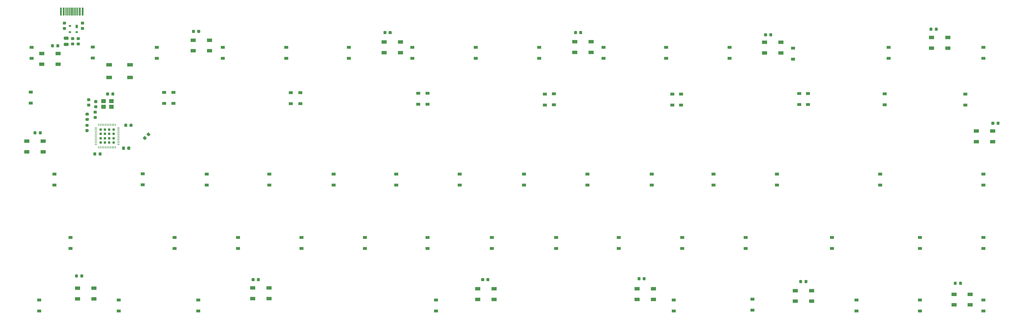
<source format=gbr>
G04 #@! TF.GenerationSoftware,KiCad,Pcbnew,(5.0.0)*
G04 #@! TF.CreationDate,2019-08-27T01:04:04-04:00*
G04 #@! TF.ProjectId,mullet-pcb,6D756C6C65742D7063622E6B69636164,rev?*
G04 #@! TF.SameCoordinates,Original*
G04 #@! TF.FileFunction,Paste,Bot*
G04 #@! TF.FilePolarity,Positive*
%FSLAX46Y46*%
G04 Gerber Fmt 4.6, Leading zero omitted, Abs format (unit mm)*
G04 Created by KiCad (PCBNEW (5.0.0)) date 08/27/19 01:04:04*
%MOMM*%
%LPD*%
G01*
G04 APERTURE LIST*
%ADD10R,1.500000X1.000000*%
%ADD11C,0.100000*%
%ADD12C,0.875000*%
%ADD13R,1.700000X1.000000*%
%ADD14R,0.700000X0.250000*%
%ADD15R,0.250000X0.700000*%
%ADD16R,0.772500X0.772500*%
%ADD17R,1.400000X1.200000*%
%ADD18R,1.200000X0.900000*%
%ADD19R,0.300000X2.450000*%
%ADD20R,0.600000X2.450000*%
%ADD21R,0.700000X0.600000*%
%ADD22R,0.700000X1.000000*%
%ADD23C,0.975000*%
G04 APERTURE END LIST*
D10*
G04 #@! TO.C,LED5*
X175868721Y-109735580D03*
X175868721Y-106535580D03*
X180768721Y-109735580D03*
X180768721Y-106535580D03*
G04 #@! TD*
D11*
G04 #@! TO.C,R1*
G36*
X80172037Y-101977501D02*
X80193272Y-101980651D01*
X80214096Y-101985867D01*
X80234308Y-101993099D01*
X80253714Y-102002278D01*
X80272127Y-102013314D01*
X80289370Y-102026102D01*
X80305276Y-102040518D01*
X80319692Y-102056424D01*
X80332480Y-102073667D01*
X80343516Y-102092080D01*
X80352695Y-102111486D01*
X80359927Y-102131698D01*
X80365143Y-102152522D01*
X80368293Y-102173757D01*
X80369346Y-102195198D01*
X80369346Y-102632698D01*
X80368293Y-102654139D01*
X80365143Y-102675374D01*
X80359927Y-102696198D01*
X80352695Y-102716410D01*
X80343516Y-102735816D01*
X80332480Y-102754229D01*
X80319692Y-102771472D01*
X80305276Y-102787378D01*
X80289370Y-102801794D01*
X80272127Y-102814582D01*
X80253714Y-102825618D01*
X80234308Y-102834797D01*
X80214096Y-102842029D01*
X80193272Y-102847245D01*
X80172037Y-102850395D01*
X80150596Y-102851448D01*
X79638096Y-102851448D01*
X79616655Y-102850395D01*
X79595420Y-102847245D01*
X79574596Y-102842029D01*
X79554384Y-102834797D01*
X79534978Y-102825618D01*
X79516565Y-102814582D01*
X79499322Y-102801794D01*
X79483416Y-102787378D01*
X79469000Y-102771472D01*
X79456212Y-102754229D01*
X79445176Y-102735816D01*
X79435997Y-102716410D01*
X79428765Y-102696198D01*
X79423549Y-102675374D01*
X79420399Y-102654139D01*
X79419346Y-102632698D01*
X79419346Y-102195198D01*
X79420399Y-102173757D01*
X79423549Y-102152522D01*
X79428765Y-102131698D01*
X79435997Y-102111486D01*
X79445176Y-102092080D01*
X79456212Y-102073667D01*
X79469000Y-102056424D01*
X79483416Y-102040518D01*
X79499322Y-102026102D01*
X79516565Y-102013314D01*
X79534978Y-102002278D01*
X79554384Y-101993099D01*
X79574596Y-101985867D01*
X79595420Y-101980651D01*
X79616655Y-101977501D01*
X79638096Y-101976448D01*
X80150596Y-101976448D01*
X80172037Y-101977501D01*
X80172037Y-101977501D01*
G37*
D12*
X79894346Y-102413948D03*
D11*
G36*
X80172037Y-100402501D02*
X80193272Y-100405651D01*
X80214096Y-100410867D01*
X80234308Y-100418099D01*
X80253714Y-100427278D01*
X80272127Y-100438314D01*
X80289370Y-100451102D01*
X80305276Y-100465518D01*
X80319692Y-100481424D01*
X80332480Y-100498667D01*
X80343516Y-100517080D01*
X80352695Y-100536486D01*
X80359927Y-100556698D01*
X80365143Y-100577522D01*
X80368293Y-100598757D01*
X80369346Y-100620198D01*
X80369346Y-101057698D01*
X80368293Y-101079139D01*
X80365143Y-101100374D01*
X80359927Y-101121198D01*
X80352695Y-101141410D01*
X80343516Y-101160816D01*
X80332480Y-101179229D01*
X80319692Y-101196472D01*
X80305276Y-101212378D01*
X80289370Y-101226794D01*
X80272127Y-101239582D01*
X80253714Y-101250618D01*
X80234308Y-101259797D01*
X80214096Y-101267029D01*
X80193272Y-101272245D01*
X80172037Y-101275395D01*
X80150596Y-101276448D01*
X79638096Y-101276448D01*
X79616655Y-101275395D01*
X79595420Y-101272245D01*
X79574596Y-101267029D01*
X79554384Y-101259797D01*
X79534978Y-101250618D01*
X79516565Y-101239582D01*
X79499322Y-101226794D01*
X79483416Y-101212378D01*
X79469000Y-101196472D01*
X79456212Y-101179229D01*
X79445176Y-101160816D01*
X79435997Y-101141410D01*
X79428765Y-101121198D01*
X79423549Y-101100374D01*
X79420399Y-101079139D01*
X79419346Y-101057698D01*
X79419346Y-100620198D01*
X79420399Y-100598757D01*
X79423549Y-100577522D01*
X79428765Y-100556698D01*
X79435997Y-100536486D01*
X79445176Y-100517080D01*
X79456212Y-100498667D01*
X79469000Y-100481424D01*
X79483416Y-100465518D01*
X79499322Y-100451102D01*
X79516565Y-100438314D01*
X79534978Y-100427278D01*
X79554384Y-100418099D01*
X79574596Y-100410867D01*
X79595420Y-100405651D01*
X79616655Y-100402501D01*
X79638096Y-100401448D01*
X80150596Y-100401448D01*
X80172037Y-100402501D01*
X80172037Y-100402501D01*
G37*
D12*
X79894346Y-100838948D03*
G04 #@! TD*
D11*
G04 #@! TO.C,R2*
G36*
X85578816Y-100402501D02*
X85600051Y-100405651D01*
X85620875Y-100410867D01*
X85641087Y-100418099D01*
X85660493Y-100427278D01*
X85678906Y-100438314D01*
X85696149Y-100451102D01*
X85712055Y-100465518D01*
X85726471Y-100481424D01*
X85739259Y-100498667D01*
X85750295Y-100517080D01*
X85759474Y-100536486D01*
X85766706Y-100556698D01*
X85771922Y-100577522D01*
X85775072Y-100598757D01*
X85776125Y-100620198D01*
X85776125Y-101057698D01*
X85775072Y-101079139D01*
X85771922Y-101100374D01*
X85766706Y-101121198D01*
X85759474Y-101141410D01*
X85750295Y-101160816D01*
X85739259Y-101179229D01*
X85726471Y-101196472D01*
X85712055Y-101212378D01*
X85696149Y-101226794D01*
X85678906Y-101239582D01*
X85660493Y-101250618D01*
X85641087Y-101259797D01*
X85620875Y-101267029D01*
X85600051Y-101272245D01*
X85578816Y-101275395D01*
X85557375Y-101276448D01*
X85044875Y-101276448D01*
X85023434Y-101275395D01*
X85002199Y-101272245D01*
X84981375Y-101267029D01*
X84961163Y-101259797D01*
X84941757Y-101250618D01*
X84923344Y-101239582D01*
X84906101Y-101226794D01*
X84890195Y-101212378D01*
X84875779Y-101196472D01*
X84862991Y-101179229D01*
X84851955Y-101160816D01*
X84842776Y-101141410D01*
X84835544Y-101121198D01*
X84830328Y-101100374D01*
X84827178Y-101079139D01*
X84826125Y-101057698D01*
X84826125Y-100620198D01*
X84827178Y-100598757D01*
X84830328Y-100577522D01*
X84835544Y-100556698D01*
X84842776Y-100536486D01*
X84851955Y-100517080D01*
X84862991Y-100498667D01*
X84875779Y-100481424D01*
X84890195Y-100465518D01*
X84906101Y-100451102D01*
X84923344Y-100438314D01*
X84941757Y-100427278D01*
X84961163Y-100418099D01*
X84981375Y-100410867D01*
X85002199Y-100405651D01*
X85023434Y-100402501D01*
X85044875Y-100401448D01*
X85557375Y-100401448D01*
X85578816Y-100402501D01*
X85578816Y-100402501D01*
G37*
D12*
X85301125Y-100838948D03*
D11*
G36*
X85578816Y-101977501D02*
X85600051Y-101980651D01*
X85620875Y-101985867D01*
X85641087Y-101993099D01*
X85660493Y-102002278D01*
X85678906Y-102013314D01*
X85696149Y-102026102D01*
X85712055Y-102040518D01*
X85726471Y-102056424D01*
X85739259Y-102073667D01*
X85750295Y-102092080D01*
X85759474Y-102111486D01*
X85766706Y-102131698D01*
X85771922Y-102152522D01*
X85775072Y-102173757D01*
X85776125Y-102195198D01*
X85776125Y-102632698D01*
X85775072Y-102654139D01*
X85771922Y-102675374D01*
X85766706Y-102696198D01*
X85759474Y-102716410D01*
X85750295Y-102735816D01*
X85739259Y-102754229D01*
X85726471Y-102771472D01*
X85712055Y-102787378D01*
X85696149Y-102801794D01*
X85678906Y-102814582D01*
X85660493Y-102825618D01*
X85641087Y-102834797D01*
X85620875Y-102842029D01*
X85600051Y-102847245D01*
X85578816Y-102850395D01*
X85557375Y-102851448D01*
X85044875Y-102851448D01*
X85023434Y-102850395D01*
X85002199Y-102847245D01*
X84981375Y-102842029D01*
X84961163Y-102834797D01*
X84941757Y-102825618D01*
X84923344Y-102814582D01*
X84906101Y-102801794D01*
X84890195Y-102787378D01*
X84875779Y-102771472D01*
X84862991Y-102754229D01*
X84851955Y-102735816D01*
X84842776Y-102716410D01*
X84835544Y-102696198D01*
X84830328Y-102675374D01*
X84827178Y-102654139D01*
X84826125Y-102632698D01*
X84826125Y-102195198D01*
X84827178Y-102173757D01*
X84830328Y-102152522D01*
X84835544Y-102131698D01*
X84842776Y-102111486D01*
X84851955Y-102092080D01*
X84862991Y-102073667D01*
X84875779Y-102056424D01*
X84890195Y-102040518D01*
X84906101Y-102026102D01*
X84923344Y-102013314D01*
X84941757Y-102002278D01*
X84961163Y-101993099D01*
X84981375Y-101985867D01*
X85002199Y-101980651D01*
X85023434Y-101977501D01*
X85044875Y-101976448D01*
X85557375Y-101976448D01*
X85578816Y-101977501D01*
X85578816Y-101977501D01*
G37*
D12*
X85301125Y-102413948D03*
G04 #@! TD*
D13*
G04 #@! TO.C,RESET1*
X93279641Y-117174628D03*
X99579641Y-117174628D03*
X93279641Y-113374628D03*
X99579641Y-113374628D03*
G04 #@! TD*
D14*
G04 #@! TO.C,U1*
X89313629Y-137288190D03*
X89313629Y-136788191D03*
X89313629Y-136288190D03*
X89313629Y-135788190D03*
X89313629Y-135288189D03*
X89313629Y-134788190D03*
X89313629Y-134288191D03*
X89313629Y-133788190D03*
X89313629Y-133288190D03*
X89313629Y-132788189D03*
X89313629Y-132288190D03*
D15*
X90213629Y-131388190D03*
X90713628Y-131388190D03*
X91213629Y-131388190D03*
X91713629Y-131388190D03*
X92213630Y-131388190D03*
X92713629Y-131388190D03*
X93213628Y-131388190D03*
X93713629Y-131388190D03*
X94213629Y-131388190D03*
X94713630Y-131388190D03*
X95213629Y-131388190D03*
D14*
X96113629Y-132288190D03*
X96113629Y-132788189D03*
X96113629Y-133288190D03*
X96113629Y-133788190D03*
X96113629Y-134288191D03*
X96113629Y-134788190D03*
X96113629Y-135288189D03*
X96113629Y-135788190D03*
X96113629Y-136288190D03*
X96113629Y-136788191D03*
X96113629Y-137288190D03*
D15*
X95213629Y-138188190D03*
X94713630Y-138188190D03*
X94213629Y-138188190D03*
X93713629Y-138188190D03*
X93213628Y-138188190D03*
X92713629Y-138188190D03*
X92213630Y-138188190D03*
X91713629Y-138188190D03*
X91213629Y-138188190D03*
X90713628Y-138188190D03*
X90213629Y-138188190D03*
D16*
X94644879Y-132856940D03*
X94644879Y-134144440D03*
X94644879Y-135431940D03*
X94644879Y-136719440D03*
X93357379Y-132856940D03*
X93357379Y-134144440D03*
X93357379Y-135431940D03*
X93357379Y-136719440D03*
X92069879Y-132856940D03*
X92069879Y-134144440D03*
X92069879Y-135431940D03*
X92069879Y-136719440D03*
X90782379Y-132856940D03*
X90782379Y-134144440D03*
X90782379Y-135431940D03*
X90782379Y-136719440D03*
G04 #@! TD*
D17*
G04 #@! TO.C,X1*
X91628110Y-126015501D03*
X94028110Y-126015501D03*
X91628110Y-124315501D03*
X94028110Y-124315501D03*
G04 #@! TD*
D18*
G04 #@! TO.C,D1*
X70056166Y-111382509D03*
X70056166Y-108082509D03*
G04 #@! TD*
G04 #@! TO.C,D2*
X88450705Y-111307877D03*
X88450705Y-108007877D03*
G04 #@! TD*
G04 #@! TO.C,D3*
X107648166Y-111382509D03*
X107648166Y-108082509D03*
G04 #@! TD*
G04 #@! TO.C,D4*
X127460166Y-111382509D03*
X127460166Y-108082509D03*
G04 #@! TD*
G04 #@! TO.C,D5*
X146510166Y-111382509D03*
X146510166Y-108082509D03*
G04 #@! TD*
G04 #@! TO.C,D6*
X165306166Y-111382509D03*
X165306166Y-108082509D03*
G04 #@! TD*
G04 #@! TO.C,D7*
X184356166Y-111382509D03*
X184356166Y-108082509D03*
G04 #@! TD*
G04 #@! TO.C,D8*
X203406166Y-111382509D03*
X203406166Y-108082509D03*
G04 #@! TD*
G04 #@! TO.C,D9*
X222456166Y-111382509D03*
X222456166Y-108082509D03*
G04 #@! TD*
G04 #@! TO.C,D10*
X241760166Y-108082509D03*
X241760166Y-111382509D03*
G04 #@! TD*
G04 #@! TO.C,D11*
X260556166Y-108082509D03*
X260556166Y-111382509D03*
G04 #@! TD*
G04 #@! TO.C,D12*
X279606166Y-108082509D03*
X279606166Y-111382509D03*
G04 #@! TD*
G04 #@! TO.C,D13*
X298656166Y-108336509D03*
X298656166Y-111636509D03*
G04 #@! TD*
G04 #@! TO.C,D14*
X327358166Y-108082509D03*
X327358166Y-111382509D03*
G04 #@! TD*
G04 #@! TO.C,D15*
X355806166Y-108082509D03*
X355806166Y-111382509D03*
G04 #@! TD*
G04 #@! TO.C,D16*
X69815690Y-121551071D03*
X69815690Y-124851071D03*
G04 #@! TD*
G04 #@! TO.C,D17*
X109867849Y-124956057D03*
X109867849Y-121656057D03*
G04 #@! TD*
G04 #@! TO.C,D18*
X112597485Y-121656057D03*
X112597485Y-124956057D03*
G04 #@! TD*
G04 #@! TO.C,D19*
X147872781Y-121708550D03*
X147872781Y-125008550D03*
G04 #@! TD*
G04 #@! TO.C,D20*
X150707403Y-121708550D03*
X150707403Y-125008550D03*
G04 #@! TD*
G04 #@! TO.C,D21*
X186140178Y-121918522D03*
X186140178Y-125218522D03*
G04 #@! TD*
G04 #@! TO.C,D22*
X188922307Y-121918522D03*
X188922307Y-125218522D03*
G04 #@! TD*
G04 #@! TO.C,D23*
X224092617Y-122128494D03*
X224092617Y-125428494D03*
G04 #@! TD*
G04 #@! TO.C,D24*
X226874746Y-122076001D03*
X226874746Y-125376001D03*
G04 #@! TD*
G04 #@! TO.C,D25*
X262360014Y-125428494D03*
X262360014Y-122128494D03*
G04 #@! TD*
G04 #@! TO.C,D26*
X265037157Y-122128494D03*
X265037157Y-125428494D03*
G04 #@! TD*
G04 #@! TO.C,D27*
X300469932Y-121971015D03*
X300469932Y-125271015D03*
G04 #@! TD*
G04 #@! TO.C,D28*
X303147075Y-122023508D03*
X303147075Y-125323508D03*
G04 #@! TD*
G04 #@! TO.C,D29*
X326139009Y-122076001D03*
X326139009Y-125376001D03*
G04 #@! TD*
G04 #@! TO.C,D30*
X350338282Y-122180987D03*
X350338282Y-125480987D03*
G04 #@! TD*
G04 #@! TO.C,D31*
X76914166Y-146182509D03*
X76914166Y-149482509D03*
G04 #@! TD*
G04 #@! TO.C,D32*
X103411210Y-146117795D03*
X103411210Y-149417795D03*
G04 #@! TD*
G04 #@! TO.C,D33*
X122634166Y-146182509D03*
X122634166Y-149482509D03*
G04 #@! TD*
G04 #@! TO.C,D34*
X141430166Y-149482509D03*
X141430166Y-146182509D03*
G04 #@! TD*
G04 #@! TO.C,D35*
X160734166Y-149482509D03*
X160734166Y-146182509D03*
G04 #@! TD*
G04 #@! TO.C,D36*
X179530166Y-149482509D03*
X179530166Y-146182509D03*
G04 #@! TD*
G04 #@! TO.C,D37*
X198580166Y-149482509D03*
X198580166Y-146182509D03*
G04 #@! TD*
G04 #@! TO.C,D38*
X217884166Y-149482509D03*
X217884166Y-146182509D03*
G04 #@! TD*
G04 #@! TO.C,D39*
X236934166Y-146182509D03*
X236934166Y-149482509D03*
G04 #@! TD*
G04 #@! TO.C,D40*
X256238166Y-149482509D03*
X256238166Y-146182509D03*
G04 #@! TD*
G04 #@! TO.C,D41*
X274780166Y-149482509D03*
X274780166Y-146182509D03*
G04 #@! TD*
G04 #@! TO.C,D42*
X293830166Y-149482509D03*
X293830166Y-146182509D03*
G04 #@! TD*
G04 #@! TO.C,D43*
X324818166Y-149482509D03*
X324818166Y-146182509D03*
G04 #@! TD*
G04 #@! TO.C,D44*
X355806166Y-149482509D03*
X355806166Y-146182509D03*
G04 #@! TD*
G04 #@! TO.C,D45*
X81740166Y-168532509D03*
X81740166Y-165232509D03*
G04 #@! TD*
G04 #@! TO.C,D46*
X112982166Y-168532509D03*
X112982166Y-165232509D03*
G04 #@! TD*
G04 #@! TO.C,D47*
X132032166Y-168532509D03*
X132032166Y-165232509D03*
G04 #@! TD*
G04 #@! TO.C,D48*
X151082166Y-168532509D03*
X151082166Y-165232509D03*
G04 #@! TD*
G04 #@! TO.C,D49*
X170132166Y-168532509D03*
X170132166Y-165232509D03*
G04 #@! TD*
G04 #@! TO.C,D50*
X188928166Y-168532509D03*
X188928166Y-165232509D03*
G04 #@! TD*
G04 #@! TO.C,D51*
X208232166Y-165232509D03*
X208232166Y-168532509D03*
G04 #@! TD*
G04 #@! TO.C,D52*
X227536166Y-165232509D03*
X227536166Y-168532509D03*
G04 #@! TD*
G04 #@! TO.C,D53*
X246332166Y-168532509D03*
X246332166Y-165232509D03*
G04 #@! TD*
G04 #@! TO.C,D54*
X265382166Y-168532509D03*
X265382166Y-165232509D03*
G04 #@! TD*
G04 #@! TO.C,D55*
X284432166Y-168532509D03*
X284432166Y-165232509D03*
G04 #@! TD*
G04 #@! TO.C,D56*
X310340166Y-168532509D03*
X310340166Y-165232509D03*
G04 #@! TD*
G04 #@! TO.C,D57*
X336756166Y-168532509D03*
X336756166Y-165232509D03*
G04 #@! TD*
G04 #@! TO.C,D58*
X355806166Y-168532509D03*
X355806166Y-165232509D03*
G04 #@! TD*
G04 #@! TO.C,D59*
X72342166Y-184028509D03*
X72342166Y-187328509D03*
G04 #@! TD*
G04 #@! TO.C,D60*
X96218166Y-184028509D03*
X96218166Y-187328509D03*
G04 #@! TD*
G04 #@! TO.C,D61*
X120094166Y-184028509D03*
X120094166Y-187328509D03*
G04 #@! TD*
G04 #@! TO.C,D62*
X191468166Y-184028509D03*
X191468166Y-187328509D03*
G04 #@! TD*
G04 #@! TO.C,D63*
X262842166Y-184028509D03*
X262842166Y-187328509D03*
G04 #@! TD*
G04 #@! TO.C,D64*
X286464166Y-187074509D03*
X286464166Y-183774509D03*
G04 #@! TD*
G04 #@! TO.C,D65*
X317706166Y-184028509D03*
X317706166Y-187328509D03*
G04 #@! TD*
G04 #@! TO.C,D66*
X336756166Y-184028509D03*
X336756166Y-187328509D03*
G04 #@! TD*
G04 #@! TO.C,D67*
X355806166Y-184028509D03*
X355806166Y-187328509D03*
G04 #@! TD*
D19*
G04 #@! TO.C,USB1*
X81849052Y-97380607D03*
X82349052Y-97380607D03*
X82849052Y-97380607D03*
X81349052Y-97380607D03*
X83349052Y-97380607D03*
X80849052Y-97380607D03*
X83849052Y-97380607D03*
X80349052Y-97380607D03*
D20*
X79649052Y-97380607D03*
X84549052Y-97380607D03*
X78874052Y-97380607D03*
X85324052Y-97380607D03*
G04 #@! TD*
D21*
G04 #@! TO.C,U2*
X81571489Y-103573815D03*
X83571489Y-103573815D03*
X81571489Y-101673815D03*
D22*
X83571489Y-101873815D03*
G04 #@! TD*
D11*
G04 #@! TO.C,F1*
G36*
X80899418Y-106749499D02*
X80923079Y-106753009D01*
X80946283Y-106758821D01*
X80968805Y-106766879D01*
X80990429Y-106777107D01*
X81010946Y-106789404D01*
X81030159Y-106803654D01*
X81047883Y-106819718D01*
X81063947Y-106837442D01*
X81078197Y-106856655D01*
X81090494Y-106877172D01*
X81100722Y-106898796D01*
X81108780Y-106921318D01*
X81114592Y-106944522D01*
X81118102Y-106968183D01*
X81119276Y-106992075D01*
X81119276Y-107479575D01*
X81118102Y-107503467D01*
X81114592Y-107527128D01*
X81108780Y-107550332D01*
X81100722Y-107572854D01*
X81090494Y-107594478D01*
X81078197Y-107614995D01*
X81063947Y-107634208D01*
X81047883Y-107651932D01*
X81030159Y-107667996D01*
X81010946Y-107682246D01*
X80990429Y-107694543D01*
X80968805Y-107704771D01*
X80946283Y-107712829D01*
X80923079Y-107718641D01*
X80899418Y-107722151D01*
X80875526Y-107723325D01*
X79963026Y-107723325D01*
X79939134Y-107722151D01*
X79915473Y-107718641D01*
X79892269Y-107712829D01*
X79869747Y-107704771D01*
X79848123Y-107694543D01*
X79827606Y-107682246D01*
X79808393Y-107667996D01*
X79790669Y-107651932D01*
X79774605Y-107634208D01*
X79760355Y-107614995D01*
X79748058Y-107594478D01*
X79737830Y-107572854D01*
X79729772Y-107550332D01*
X79723960Y-107527128D01*
X79720450Y-107503467D01*
X79719276Y-107479575D01*
X79719276Y-106992075D01*
X79720450Y-106968183D01*
X79723960Y-106944522D01*
X79729772Y-106921318D01*
X79737830Y-106898796D01*
X79748058Y-106877172D01*
X79760355Y-106856655D01*
X79774605Y-106837442D01*
X79790669Y-106819718D01*
X79808393Y-106803654D01*
X79827606Y-106789404D01*
X79848123Y-106777107D01*
X79869747Y-106766879D01*
X79892269Y-106758821D01*
X79915473Y-106753009D01*
X79939134Y-106749499D01*
X79963026Y-106748325D01*
X80875526Y-106748325D01*
X80899418Y-106749499D01*
X80899418Y-106749499D01*
G37*
D23*
X80419276Y-107235825D03*
D11*
G36*
X80899418Y-104874499D02*
X80923079Y-104878009D01*
X80946283Y-104883821D01*
X80968805Y-104891879D01*
X80990429Y-104902107D01*
X81010946Y-104914404D01*
X81030159Y-104928654D01*
X81047883Y-104944718D01*
X81063947Y-104962442D01*
X81078197Y-104981655D01*
X81090494Y-105002172D01*
X81100722Y-105023796D01*
X81108780Y-105046318D01*
X81114592Y-105069522D01*
X81118102Y-105093183D01*
X81119276Y-105117075D01*
X81119276Y-105604575D01*
X81118102Y-105628467D01*
X81114592Y-105652128D01*
X81108780Y-105675332D01*
X81100722Y-105697854D01*
X81090494Y-105719478D01*
X81078197Y-105739995D01*
X81063947Y-105759208D01*
X81047883Y-105776932D01*
X81030159Y-105792996D01*
X81010946Y-105807246D01*
X80990429Y-105819543D01*
X80968805Y-105829771D01*
X80946283Y-105837829D01*
X80923079Y-105843641D01*
X80899418Y-105847151D01*
X80875526Y-105848325D01*
X79963026Y-105848325D01*
X79939134Y-105847151D01*
X79915473Y-105843641D01*
X79892269Y-105837829D01*
X79869747Y-105829771D01*
X79848123Y-105819543D01*
X79827606Y-105807246D01*
X79808393Y-105792996D01*
X79790669Y-105776932D01*
X79774605Y-105759208D01*
X79760355Y-105739995D01*
X79748058Y-105719478D01*
X79737830Y-105697854D01*
X79729772Y-105675332D01*
X79723960Y-105652128D01*
X79720450Y-105628467D01*
X79719276Y-105604575D01*
X79719276Y-105117075D01*
X79720450Y-105093183D01*
X79723960Y-105069522D01*
X79729772Y-105046318D01*
X79737830Y-105023796D01*
X79748058Y-105002172D01*
X79760355Y-104981655D01*
X79774605Y-104962442D01*
X79790669Y-104944718D01*
X79808393Y-104928654D01*
X79827606Y-104914404D01*
X79848123Y-104902107D01*
X79869747Y-104891879D01*
X79892269Y-104883821D01*
X79915473Y-104878009D01*
X79939134Y-104874499D01*
X79963026Y-104873325D01*
X80875526Y-104873325D01*
X80899418Y-104874499D01*
X80899418Y-104874499D01*
G37*
D23*
X80419276Y-105360825D03*
G04 #@! TD*
D11*
G04 #@! TO.C,R5*
G36*
X82639208Y-105074378D02*
X82660443Y-105077528D01*
X82681267Y-105082744D01*
X82701479Y-105089976D01*
X82720885Y-105099155D01*
X82739298Y-105110191D01*
X82756541Y-105122979D01*
X82772447Y-105137395D01*
X82786863Y-105153301D01*
X82799651Y-105170544D01*
X82810687Y-105188957D01*
X82819866Y-105208363D01*
X82827098Y-105228575D01*
X82832314Y-105249399D01*
X82835464Y-105270634D01*
X82836517Y-105292075D01*
X82836517Y-105729575D01*
X82835464Y-105751016D01*
X82832314Y-105772251D01*
X82827098Y-105793075D01*
X82819866Y-105813287D01*
X82810687Y-105832693D01*
X82799651Y-105851106D01*
X82786863Y-105868349D01*
X82772447Y-105884255D01*
X82756541Y-105898671D01*
X82739298Y-105911459D01*
X82720885Y-105922495D01*
X82701479Y-105931674D01*
X82681267Y-105938906D01*
X82660443Y-105944122D01*
X82639208Y-105947272D01*
X82617767Y-105948325D01*
X82105267Y-105948325D01*
X82083826Y-105947272D01*
X82062591Y-105944122D01*
X82041767Y-105938906D01*
X82021555Y-105931674D01*
X82002149Y-105922495D01*
X81983736Y-105911459D01*
X81966493Y-105898671D01*
X81950587Y-105884255D01*
X81936171Y-105868349D01*
X81923383Y-105851106D01*
X81912347Y-105832693D01*
X81903168Y-105813287D01*
X81895936Y-105793075D01*
X81890720Y-105772251D01*
X81887570Y-105751016D01*
X81886517Y-105729575D01*
X81886517Y-105292075D01*
X81887570Y-105270634D01*
X81890720Y-105249399D01*
X81895936Y-105228575D01*
X81903168Y-105208363D01*
X81912347Y-105188957D01*
X81923383Y-105170544D01*
X81936171Y-105153301D01*
X81950587Y-105137395D01*
X81966493Y-105122979D01*
X81983736Y-105110191D01*
X82002149Y-105099155D01*
X82021555Y-105089976D01*
X82041767Y-105082744D01*
X82062591Y-105077528D01*
X82083826Y-105074378D01*
X82105267Y-105073325D01*
X82617767Y-105073325D01*
X82639208Y-105074378D01*
X82639208Y-105074378D01*
G37*
D12*
X82361517Y-105510825D03*
D11*
G36*
X82639208Y-106649378D02*
X82660443Y-106652528D01*
X82681267Y-106657744D01*
X82701479Y-106664976D01*
X82720885Y-106674155D01*
X82739298Y-106685191D01*
X82756541Y-106697979D01*
X82772447Y-106712395D01*
X82786863Y-106728301D01*
X82799651Y-106745544D01*
X82810687Y-106763957D01*
X82819866Y-106783363D01*
X82827098Y-106803575D01*
X82832314Y-106824399D01*
X82835464Y-106845634D01*
X82836517Y-106867075D01*
X82836517Y-107304575D01*
X82835464Y-107326016D01*
X82832314Y-107347251D01*
X82827098Y-107368075D01*
X82819866Y-107388287D01*
X82810687Y-107407693D01*
X82799651Y-107426106D01*
X82786863Y-107443349D01*
X82772447Y-107459255D01*
X82756541Y-107473671D01*
X82739298Y-107486459D01*
X82720885Y-107497495D01*
X82701479Y-107506674D01*
X82681267Y-107513906D01*
X82660443Y-107519122D01*
X82639208Y-107522272D01*
X82617767Y-107523325D01*
X82105267Y-107523325D01*
X82083826Y-107522272D01*
X82062591Y-107519122D01*
X82041767Y-107513906D01*
X82021555Y-107506674D01*
X82002149Y-107497495D01*
X81983736Y-107486459D01*
X81966493Y-107473671D01*
X81950587Y-107459255D01*
X81936171Y-107443349D01*
X81923383Y-107426106D01*
X81912347Y-107407693D01*
X81903168Y-107388287D01*
X81895936Y-107368075D01*
X81890720Y-107347251D01*
X81887570Y-107326016D01*
X81886517Y-107304575D01*
X81886517Y-106867075D01*
X81887570Y-106845634D01*
X81890720Y-106824399D01*
X81895936Y-106803575D01*
X81903168Y-106783363D01*
X81912347Y-106763957D01*
X81923383Y-106745544D01*
X81936171Y-106728301D01*
X81950587Y-106712395D01*
X81966493Y-106697979D01*
X81983736Y-106685191D01*
X82002149Y-106674155D01*
X82021555Y-106664976D01*
X82041767Y-106657744D01*
X82062591Y-106652528D01*
X82083826Y-106649378D01*
X82105267Y-106648325D01*
X82617767Y-106648325D01*
X82639208Y-106649378D01*
X82639208Y-106649378D01*
G37*
D12*
X82361517Y-107085825D03*
G04 #@! TD*
D11*
G04 #@! TO.C,R6*
G36*
X84318984Y-106649378D02*
X84340219Y-106652528D01*
X84361043Y-106657744D01*
X84381255Y-106664976D01*
X84400661Y-106674155D01*
X84419074Y-106685191D01*
X84436317Y-106697979D01*
X84452223Y-106712395D01*
X84466639Y-106728301D01*
X84479427Y-106745544D01*
X84490463Y-106763957D01*
X84499642Y-106783363D01*
X84506874Y-106803575D01*
X84512090Y-106824399D01*
X84515240Y-106845634D01*
X84516293Y-106867075D01*
X84516293Y-107304575D01*
X84515240Y-107326016D01*
X84512090Y-107347251D01*
X84506874Y-107368075D01*
X84499642Y-107388287D01*
X84490463Y-107407693D01*
X84479427Y-107426106D01*
X84466639Y-107443349D01*
X84452223Y-107459255D01*
X84436317Y-107473671D01*
X84419074Y-107486459D01*
X84400661Y-107497495D01*
X84381255Y-107506674D01*
X84361043Y-107513906D01*
X84340219Y-107519122D01*
X84318984Y-107522272D01*
X84297543Y-107523325D01*
X83785043Y-107523325D01*
X83763602Y-107522272D01*
X83742367Y-107519122D01*
X83721543Y-107513906D01*
X83701331Y-107506674D01*
X83681925Y-107497495D01*
X83663512Y-107486459D01*
X83646269Y-107473671D01*
X83630363Y-107459255D01*
X83615947Y-107443349D01*
X83603159Y-107426106D01*
X83592123Y-107407693D01*
X83582944Y-107388287D01*
X83575712Y-107368075D01*
X83570496Y-107347251D01*
X83567346Y-107326016D01*
X83566293Y-107304575D01*
X83566293Y-106867075D01*
X83567346Y-106845634D01*
X83570496Y-106824399D01*
X83575712Y-106803575D01*
X83582944Y-106783363D01*
X83592123Y-106763957D01*
X83603159Y-106745544D01*
X83615947Y-106728301D01*
X83630363Y-106712395D01*
X83646269Y-106697979D01*
X83663512Y-106685191D01*
X83681925Y-106674155D01*
X83701331Y-106664976D01*
X83721543Y-106657744D01*
X83742367Y-106652528D01*
X83763602Y-106649378D01*
X83785043Y-106648325D01*
X84297543Y-106648325D01*
X84318984Y-106649378D01*
X84318984Y-106649378D01*
G37*
D12*
X84041293Y-107085825D03*
D11*
G36*
X84318984Y-105074378D02*
X84340219Y-105077528D01*
X84361043Y-105082744D01*
X84381255Y-105089976D01*
X84400661Y-105099155D01*
X84419074Y-105110191D01*
X84436317Y-105122979D01*
X84452223Y-105137395D01*
X84466639Y-105153301D01*
X84479427Y-105170544D01*
X84490463Y-105188957D01*
X84499642Y-105208363D01*
X84506874Y-105228575D01*
X84512090Y-105249399D01*
X84515240Y-105270634D01*
X84516293Y-105292075D01*
X84516293Y-105729575D01*
X84515240Y-105751016D01*
X84512090Y-105772251D01*
X84506874Y-105793075D01*
X84499642Y-105813287D01*
X84490463Y-105832693D01*
X84479427Y-105851106D01*
X84466639Y-105868349D01*
X84452223Y-105884255D01*
X84436317Y-105898671D01*
X84419074Y-105911459D01*
X84400661Y-105922495D01*
X84381255Y-105931674D01*
X84361043Y-105938906D01*
X84340219Y-105944122D01*
X84318984Y-105947272D01*
X84297543Y-105948325D01*
X83785043Y-105948325D01*
X83763602Y-105947272D01*
X83742367Y-105944122D01*
X83721543Y-105938906D01*
X83701331Y-105931674D01*
X83681925Y-105922495D01*
X83663512Y-105911459D01*
X83646269Y-105898671D01*
X83630363Y-105884255D01*
X83615947Y-105868349D01*
X83603159Y-105851106D01*
X83592123Y-105832693D01*
X83582944Y-105813287D01*
X83575712Y-105793075D01*
X83570496Y-105772251D01*
X83567346Y-105751016D01*
X83566293Y-105729575D01*
X83566293Y-105292075D01*
X83567346Y-105270634D01*
X83570496Y-105249399D01*
X83575712Y-105228575D01*
X83582944Y-105208363D01*
X83592123Y-105188957D01*
X83603159Y-105170544D01*
X83615947Y-105153301D01*
X83630363Y-105137395D01*
X83646269Y-105122979D01*
X83663512Y-105110191D01*
X83681925Y-105099155D01*
X83701331Y-105089976D01*
X83721543Y-105082744D01*
X83742367Y-105077528D01*
X83763602Y-105074378D01*
X83785043Y-105073325D01*
X84297543Y-105073325D01*
X84318984Y-105074378D01*
X84318984Y-105074378D01*
G37*
D12*
X84041293Y-105510825D03*
G04 #@! TD*
D11*
G04 #@! TO.C,C1*
G36*
X86943634Y-132685906D02*
X86964869Y-132689056D01*
X86985693Y-132694272D01*
X87005905Y-132701504D01*
X87025311Y-132710683D01*
X87043724Y-132721719D01*
X87060967Y-132734507D01*
X87076873Y-132748923D01*
X87091289Y-132764829D01*
X87104077Y-132782072D01*
X87115113Y-132800485D01*
X87124292Y-132819891D01*
X87131524Y-132840103D01*
X87136740Y-132860927D01*
X87139890Y-132882162D01*
X87140943Y-132903603D01*
X87140943Y-133341103D01*
X87139890Y-133362544D01*
X87136740Y-133383779D01*
X87131524Y-133404603D01*
X87124292Y-133424815D01*
X87115113Y-133444221D01*
X87104077Y-133462634D01*
X87091289Y-133479877D01*
X87076873Y-133495783D01*
X87060967Y-133510199D01*
X87043724Y-133522987D01*
X87025311Y-133534023D01*
X87005905Y-133543202D01*
X86985693Y-133550434D01*
X86964869Y-133555650D01*
X86943634Y-133558800D01*
X86922193Y-133559853D01*
X86409693Y-133559853D01*
X86388252Y-133558800D01*
X86367017Y-133555650D01*
X86346193Y-133550434D01*
X86325981Y-133543202D01*
X86306575Y-133534023D01*
X86288162Y-133522987D01*
X86270919Y-133510199D01*
X86255013Y-133495783D01*
X86240597Y-133479877D01*
X86227809Y-133462634D01*
X86216773Y-133444221D01*
X86207594Y-133424815D01*
X86200362Y-133404603D01*
X86195146Y-133383779D01*
X86191996Y-133362544D01*
X86190943Y-133341103D01*
X86190943Y-132903603D01*
X86191996Y-132882162D01*
X86195146Y-132860927D01*
X86200362Y-132840103D01*
X86207594Y-132819891D01*
X86216773Y-132800485D01*
X86227809Y-132782072D01*
X86240597Y-132764829D01*
X86255013Y-132748923D01*
X86270919Y-132734507D01*
X86288162Y-132721719D01*
X86306575Y-132710683D01*
X86325981Y-132701504D01*
X86346193Y-132694272D01*
X86367017Y-132689056D01*
X86388252Y-132685906D01*
X86409693Y-132684853D01*
X86922193Y-132684853D01*
X86943634Y-132685906D01*
X86943634Y-132685906D01*
G37*
D12*
X86665943Y-133122353D03*
D11*
G36*
X86943634Y-131110906D02*
X86964869Y-131114056D01*
X86985693Y-131119272D01*
X87005905Y-131126504D01*
X87025311Y-131135683D01*
X87043724Y-131146719D01*
X87060967Y-131159507D01*
X87076873Y-131173923D01*
X87091289Y-131189829D01*
X87104077Y-131207072D01*
X87115113Y-131225485D01*
X87124292Y-131244891D01*
X87131524Y-131265103D01*
X87136740Y-131285927D01*
X87139890Y-131307162D01*
X87140943Y-131328603D01*
X87140943Y-131766103D01*
X87139890Y-131787544D01*
X87136740Y-131808779D01*
X87131524Y-131829603D01*
X87124292Y-131849815D01*
X87115113Y-131869221D01*
X87104077Y-131887634D01*
X87091289Y-131904877D01*
X87076873Y-131920783D01*
X87060967Y-131935199D01*
X87043724Y-131947987D01*
X87025311Y-131959023D01*
X87005905Y-131968202D01*
X86985693Y-131975434D01*
X86964869Y-131980650D01*
X86943634Y-131983800D01*
X86922193Y-131984853D01*
X86409693Y-131984853D01*
X86388252Y-131983800D01*
X86367017Y-131980650D01*
X86346193Y-131975434D01*
X86325981Y-131968202D01*
X86306575Y-131959023D01*
X86288162Y-131947987D01*
X86270919Y-131935199D01*
X86255013Y-131920783D01*
X86240597Y-131904877D01*
X86227809Y-131887634D01*
X86216773Y-131869221D01*
X86207594Y-131849815D01*
X86200362Y-131829603D01*
X86195146Y-131808779D01*
X86191996Y-131787544D01*
X86190943Y-131766103D01*
X86190943Y-131328603D01*
X86191996Y-131307162D01*
X86195146Y-131285927D01*
X86200362Y-131265103D01*
X86207594Y-131244891D01*
X86216773Y-131225485D01*
X86227809Y-131207072D01*
X86240597Y-131189829D01*
X86255013Y-131173923D01*
X86270919Y-131159507D01*
X86288162Y-131146719D01*
X86306575Y-131135683D01*
X86325981Y-131126504D01*
X86346193Y-131119272D01*
X86367017Y-131114056D01*
X86388252Y-131110906D01*
X86409693Y-131109853D01*
X86922193Y-131109853D01*
X86943634Y-131110906D01*
X86943634Y-131110906D01*
G37*
D12*
X86665943Y-131547353D03*
G04 #@! TD*
D11*
G04 #@! TO.C,C2*
G36*
X89568284Y-125546858D02*
X89589519Y-125550008D01*
X89610343Y-125555224D01*
X89630555Y-125562456D01*
X89649961Y-125571635D01*
X89668374Y-125582671D01*
X89685617Y-125595459D01*
X89701523Y-125609875D01*
X89715939Y-125625781D01*
X89728727Y-125643024D01*
X89739763Y-125661437D01*
X89748942Y-125680843D01*
X89756174Y-125701055D01*
X89761390Y-125721879D01*
X89764540Y-125743114D01*
X89765593Y-125764555D01*
X89765593Y-126202055D01*
X89764540Y-126223496D01*
X89761390Y-126244731D01*
X89756174Y-126265555D01*
X89748942Y-126285767D01*
X89739763Y-126305173D01*
X89728727Y-126323586D01*
X89715939Y-126340829D01*
X89701523Y-126356735D01*
X89685617Y-126371151D01*
X89668374Y-126383939D01*
X89649961Y-126394975D01*
X89630555Y-126404154D01*
X89610343Y-126411386D01*
X89589519Y-126416602D01*
X89568284Y-126419752D01*
X89546843Y-126420805D01*
X89034343Y-126420805D01*
X89012902Y-126419752D01*
X88991667Y-126416602D01*
X88970843Y-126411386D01*
X88950631Y-126404154D01*
X88931225Y-126394975D01*
X88912812Y-126383939D01*
X88895569Y-126371151D01*
X88879663Y-126356735D01*
X88865247Y-126340829D01*
X88852459Y-126323586D01*
X88841423Y-126305173D01*
X88832244Y-126285767D01*
X88825012Y-126265555D01*
X88819796Y-126244731D01*
X88816646Y-126223496D01*
X88815593Y-126202055D01*
X88815593Y-125764555D01*
X88816646Y-125743114D01*
X88819796Y-125721879D01*
X88825012Y-125701055D01*
X88832244Y-125680843D01*
X88841423Y-125661437D01*
X88852459Y-125643024D01*
X88865247Y-125625781D01*
X88879663Y-125609875D01*
X88895569Y-125595459D01*
X88912812Y-125582671D01*
X88931225Y-125571635D01*
X88950631Y-125562456D01*
X88970843Y-125555224D01*
X88991667Y-125550008D01*
X89012902Y-125546858D01*
X89034343Y-125545805D01*
X89546843Y-125545805D01*
X89568284Y-125546858D01*
X89568284Y-125546858D01*
G37*
D12*
X89290593Y-125983305D03*
D11*
G36*
X89568284Y-123971858D02*
X89589519Y-123975008D01*
X89610343Y-123980224D01*
X89630555Y-123987456D01*
X89649961Y-123996635D01*
X89668374Y-124007671D01*
X89685617Y-124020459D01*
X89701523Y-124034875D01*
X89715939Y-124050781D01*
X89728727Y-124068024D01*
X89739763Y-124086437D01*
X89748942Y-124105843D01*
X89756174Y-124126055D01*
X89761390Y-124146879D01*
X89764540Y-124168114D01*
X89765593Y-124189555D01*
X89765593Y-124627055D01*
X89764540Y-124648496D01*
X89761390Y-124669731D01*
X89756174Y-124690555D01*
X89748942Y-124710767D01*
X89739763Y-124730173D01*
X89728727Y-124748586D01*
X89715939Y-124765829D01*
X89701523Y-124781735D01*
X89685617Y-124796151D01*
X89668374Y-124808939D01*
X89649961Y-124819975D01*
X89630555Y-124829154D01*
X89610343Y-124836386D01*
X89589519Y-124841602D01*
X89568284Y-124844752D01*
X89546843Y-124845805D01*
X89034343Y-124845805D01*
X89012902Y-124844752D01*
X88991667Y-124841602D01*
X88970843Y-124836386D01*
X88950631Y-124829154D01*
X88931225Y-124819975D01*
X88912812Y-124808939D01*
X88895569Y-124796151D01*
X88879663Y-124781735D01*
X88865247Y-124765829D01*
X88852459Y-124748586D01*
X88841423Y-124730173D01*
X88832244Y-124710767D01*
X88825012Y-124690555D01*
X88819796Y-124669731D01*
X88816646Y-124648496D01*
X88815593Y-124627055D01*
X88815593Y-124189555D01*
X88816646Y-124168114D01*
X88819796Y-124146879D01*
X88825012Y-124126055D01*
X88832244Y-124105843D01*
X88841423Y-124086437D01*
X88852459Y-124068024D01*
X88865247Y-124050781D01*
X88879663Y-124034875D01*
X88895569Y-124020459D01*
X88912812Y-124007671D01*
X88931225Y-123996635D01*
X88950631Y-123987456D01*
X88970843Y-123980224D01*
X88991667Y-123975008D01*
X89012902Y-123971858D01*
X89034343Y-123970805D01*
X89546843Y-123970805D01*
X89568284Y-123971858D01*
X89568284Y-123971858D01*
G37*
D12*
X89290593Y-124408305D03*
G04 #@! TD*
D11*
G04 #@! TO.C,C3*
G36*
X94675203Y-121677264D02*
X94696438Y-121680414D01*
X94717262Y-121685630D01*
X94737474Y-121692862D01*
X94756880Y-121702041D01*
X94775293Y-121713077D01*
X94792536Y-121725865D01*
X94808442Y-121740281D01*
X94822858Y-121756187D01*
X94835646Y-121773430D01*
X94846682Y-121791843D01*
X94855861Y-121811249D01*
X94863093Y-121831461D01*
X94868309Y-121852285D01*
X94871459Y-121873520D01*
X94872512Y-121894961D01*
X94872512Y-122407461D01*
X94871459Y-122428902D01*
X94868309Y-122450137D01*
X94863093Y-122470961D01*
X94855861Y-122491173D01*
X94846682Y-122510579D01*
X94835646Y-122528992D01*
X94822858Y-122546235D01*
X94808442Y-122562141D01*
X94792536Y-122576557D01*
X94775293Y-122589345D01*
X94756880Y-122600381D01*
X94737474Y-122609560D01*
X94717262Y-122616792D01*
X94696438Y-122622008D01*
X94675203Y-122625158D01*
X94653762Y-122626211D01*
X94216262Y-122626211D01*
X94194821Y-122625158D01*
X94173586Y-122622008D01*
X94152762Y-122616792D01*
X94132550Y-122609560D01*
X94113144Y-122600381D01*
X94094731Y-122589345D01*
X94077488Y-122576557D01*
X94061582Y-122562141D01*
X94047166Y-122546235D01*
X94034378Y-122528992D01*
X94023342Y-122510579D01*
X94014163Y-122491173D01*
X94006931Y-122470961D01*
X94001715Y-122450137D01*
X93998565Y-122428902D01*
X93997512Y-122407461D01*
X93997512Y-121894961D01*
X93998565Y-121873520D01*
X94001715Y-121852285D01*
X94006931Y-121831461D01*
X94014163Y-121811249D01*
X94023342Y-121791843D01*
X94034378Y-121773430D01*
X94047166Y-121756187D01*
X94061582Y-121740281D01*
X94077488Y-121725865D01*
X94094731Y-121713077D01*
X94113144Y-121702041D01*
X94132550Y-121692862D01*
X94152762Y-121685630D01*
X94173586Y-121680414D01*
X94194821Y-121677264D01*
X94216262Y-121676211D01*
X94653762Y-121676211D01*
X94675203Y-121677264D01*
X94675203Y-121677264D01*
G37*
D12*
X94435012Y-122151211D03*
D11*
G36*
X93100203Y-121677264D02*
X93121438Y-121680414D01*
X93142262Y-121685630D01*
X93162474Y-121692862D01*
X93181880Y-121702041D01*
X93200293Y-121713077D01*
X93217536Y-121725865D01*
X93233442Y-121740281D01*
X93247858Y-121756187D01*
X93260646Y-121773430D01*
X93271682Y-121791843D01*
X93280861Y-121811249D01*
X93288093Y-121831461D01*
X93293309Y-121852285D01*
X93296459Y-121873520D01*
X93297512Y-121894961D01*
X93297512Y-122407461D01*
X93296459Y-122428902D01*
X93293309Y-122450137D01*
X93288093Y-122470961D01*
X93280861Y-122491173D01*
X93271682Y-122510579D01*
X93260646Y-122528992D01*
X93247858Y-122546235D01*
X93233442Y-122562141D01*
X93217536Y-122576557D01*
X93200293Y-122589345D01*
X93181880Y-122600381D01*
X93162474Y-122609560D01*
X93142262Y-122616792D01*
X93121438Y-122622008D01*
X93100203Y-122625158D01*
X93078762Y-122626211D01*
X92641262Y-122626211D01*
X92619821Y-122625158D01*
X92598586Y-122622008D01*
X92577762Y-122616792D01*
X92557550Y-122609560D01*
X92538144Y-122600381D01*
X92519731Y-122589345D01*
X92502488Y-122576557D01*
X92486582Y-122562141D01*
X92472166Y-122546235D01*
X92459378Y-122528992D01*
X92448342Y-122510579D01*
X92439163Y-122491173D01*
X92431931Y-122470961D01*
X92426715Y-122450137D01*
X92423565Y-122428902D01*
X92422512Y-122407461D01*
X92422512Y-121894961D01*
X92423565Y-121873520D01*
X92426715Y-121852285D01*
X92431931Y-121831461D01*
X92439163Y-121811249D01*
X92448342Y-121791843D01*
X92459378Y-121773430D01*
X92472166Y-121756187D01*
X92486582Y-121740281D01*
X92502488Y-121725865D01*
X92519731Y-121713077D01*
X92538144Y-121702041D01*
X92557550Y-121692862D01*
X92577762Y-121685630D01*
X92598586Y-121680414D01*
X92619821Y-121677264D01*
X92641262Y-121676211D01*
X93078762Y-121676211D01*
X93100203Y-121677264D01*
X93100203Y-121677264D01*
G37*
D12*
X92860012Y-122151211D03*
G04 #@! TD*
D11*
G04 #@! TO.C,C4*
G36*
X86996127Y-127751354D02*
X87017362Y-127754504D01*
X87038186Y-127759720D01*
X87058398Y-127766952D01*
X87077804Y-127776131D01*
X87096217Y-127787167D01*
X87113460Y-127799955D01*
X87129366Y-127814371D01*
X87143782Y-127830277D01*
X87156570Y-127847520D01*
X87167606Y-127865933D01*
X87176785Y-127885339D01*
X87184017Y-127905551D01*
X87189233Y-127926375D01*
X87192383Y-127947610D01*
X87193436Y-127969051D01*
X87193436Y-128406551D01*
X87192383Y-128427992D01*
X87189233Y-128449227D01*
X87184017Y-128470051D01*
X87176785Y-128490263D01*
X87167606Y-128509669D01*
X87156570Y-128528082D01*
X87143782Y-128545325D01*
X87129366Y-128561231D01*
X87113460Y-128575647D01*
X87096217Y-128588435D01*
X87077804Y-128599471D01*
X87058398Y-128608650D01*
X87038186Y-128615882D01*
X87017362Y-128621098D01*
X86996127Y-128624248D01*
X86974686Y-128625301D01*
X86462186Y-128625301D01*
X86440745Y-128624248D01*
X86419510Y-128621098D01*
X86398686Y-128615882D01*
X86378474Y-128608650D01*
X86359068Y-128599471D01*
X86340655Y-128588435D01*
X86323412Y-128575647D01*
X86307506Y-128561231D01*
X86293090Y-128545325D01*
X86280302Y-128528082D01*
X86269266Y-128509669D01*
X86260087Y-128490263D01*
X86252855Y-128470051D01*
X86247639Y-128449227D01*
X86244489Y-128427992D01*
X86243436Y-128406551D01*
X86243436Y-127969051D01*
X86244489Y-127947610D01*
X86247639Y-127926375D01*
X86252855Y-127905551D01*
X86260087Y-127885339D01*
X86269266Y-127865933D01*
X86280302Y-127847520D01*
X86293090Y-127830277D01*
X86307506Y-127814371D01*
X86323412Y-127799955D01*
X86340655Y-127787167D01*
X86359068Y-127776131D01*
X86378474Y-127766952D01*
X86398686Y-127759720D01*
X86419510Y-127754504D01*
X86440745Y-127751354D01*
X86462186Y-127750301D01*
X86974686Y-127750301D01*
X86996127Y-127751354D01*
X86996127Y-127751354D01*
G37*
D12*
X86718436Y-128187801D03*
D11*
G36*
X86996127Y-129326354D02*
X87017362Y-129329504D01*
X87038186Y-129334720D01*
X87058398Y-129341952D01*
X87077804Y-129351131D01*
X87096217Y-129362167D01*
X87113460Y-129374955D01*
X87129366Y-129389371D01*
X87143782Y-129405277D01*
X87156570Y-129422520D01*
X87167606Y-129440933D01*
X87176785Y-129460339D01*
X87184017Y-129480551D01*
X87189233Y-129501375D01*
X87192383Y-129522610D01*
X87193436Y-129544051D01*
X87193436Y-129981551D01*
X87192383Y-130002992D01*
X87189233Y-130024227D01*
X87184017Y-130045051D01*
X87176785Y-130065263D01*
X87167606Y-130084669D01*
X87156570Y-130103082D01*
X87143782Y-130120325D01*
X87129366Y-130136231D01*
X87113460Y-130150647D01*
X87096217Y-130163435D01*
X87077804Y-130174471D01*
X87058398Y-130183650D01*
X87038186Y-130190882D01*
X87017362Y-130196098D01*
X86996127Y-130199248D01*
X86974686Y-130200301D01*
X86462186Y-130200301D01*
X86440745Y-130199248D01*
X86419510Y-130196098D01*
X86398686Y-130190882D01*
X86378474Y-130183650D01*
X86359068Y-130174471D01*
X86340655Y-130163435D01*
X86323412Y-130150647D01*
X86307506Y-130136231D01*
X86293090Y-130120325D01*
X86280302Y-130103082D01*
X86269266Y-130084669D01*
X86260087Y-130065263D01*
X86252855Y-130045051D01*
X86247639Y-130024227D01*
X86244489Y-130002992D01*
X86243436Y-129981551D01*
X86243436Y-129544051D01*
X86244489Y-129522610D01*
X86247639Y-129501375D01*
X86252855Y-129480551D01*
X86260087Y-129460339D01*
X86269266Y-129440933D01*
X86280302Y-129422520D01*
X86293090Y-129405277D01*
X86307506Y-129389371D01*
X86323412Y-129374955D01*
X86340655Y-129362167D01*
X86359068Y-129351131D01*
X86378474Y-129341952D01*
X86398686Y-129334720D01*
X86419510Y-129329504D01*
X86440745Y-129326354D01*
X86462186Y-129325301D01*
X86974686Y-129325301D01*
X86996127Y-129326354D01*
X86996127Y-129326354D01*
G37*
D12*
X86718436Y-129762801D03*
G04 #@! TD*
D11*
G04 #@! TO.C,C5*
G36*
X89410805Y-127173931D02*
X89432040Y-127177081D01*
X89452864Y-127182297D01*
X89473076Y-127189529D01*
X89492482Y-127198708D01*
X89510895Y-127209744D01*
X89528138Y-127222532D01*
X89544044Y-127236948D01*
X89558460Y-127252854D01*
X89571248Y-127270097D01*
X89582284Y-127288510D01*
X89591463Y-127307916D01*
X89598695Y-127328128D01*
X89603911Y-127348952D01*
X89607061Y-127370187D01*
X89608114Y-127391628D01*
X89608114Y-127829128D01*
X89607061Y-127850569D01*
X89603911Y-127871804D01*
X89598695Y-127892628D01*
X89591463Y-127912840D01*
X89582284Y-127932246D01*
X89571248Y-127950659D01*
X89558460Y-127967902D01*
X89544044Y-127983808D01*
X89528138Y-127998224D01*
X89510895Y-128011012D01*
X89492482Y-128022048D01*
X89473076Y-128031227D01*
X89452864Y-128038459D01*
X89432040Y-128043675D01*
X89410805Y-128046825D01*
X89389364Y-128047878D01*
X88876864Y-128047878D01*
X88855423Y-128046825D01*
X88834188Y-128043675D01*
X88813364Y-128038459D01*
X88793152Y-128031227D01*
X88773746Y-128022048D01*
X88755333Y-128011012D01*
X88738090Y-127998224D01*
X88722184Y-127983808D01*
X88707768Y-127967902D01*
X88694980Y-127950659D01*
X88683944Y-127932246D01*
X88674765Y-127912840D01*
X88667533Y-127892628D01*
X88662317Y-127871804D01*
X88659167Y-127850569D01*
X88658114Y-127829128D01*
X88658114Y-127391628D01*
X88659167Y-127370187D01*
X88662317Y-127348952D01*
X88667533Y-127328128D01*
X88674765Y-127307916D01*
X88683944Y-127288510D01*
X88694980Y-127270097D01*
X88707768Y-127252854D01*
X88722184Y-127236948D01*
X88738090Y-127222532D01*
X88755333Y-127209744D01*
X88773746Y-127198708D01*
X88793152Y-127189529D01*
X88813364Y-127182297D01*
X88834188Y-127177081D01*
X88855423Y-127173931D01*
X88876864Y-127172878D01*
X89389364Y-127172878D01*
X89410805Y-127173931D01*
X89410805Y-127173931D01*
G37*
D12*
X89133114Y-127610378D03*
D11*
G36*
X89410805Y-128748931D02*
X89432040Y-128752081D01*
X89452864Y-128757297D01*
X89473076Y-128764529D01*
X89492482Y-128773708D01*
X89510895Y-128784744D01*
X89528138Y-128797532D01*
X89544044Y-128811948D01*
X89558460Y-128827854D01*
X89571248Y-128845097D01*
X89582284Y-128863510D01*
X89591463Y-128882916D01*
X89598695Y-128903128D01*
X89603911Y-128923952D01*
X89607061Y-128945187D01*
X89608114Y-128966628D01*
X89608114Y-129404128D01*
X89607061Y-129425569D01*
X89603911Y-129446804D01*
X89598695Y-129467628D01*
X89591463Y-129487840D01*
X89582284Y-129507246D01*
X89571248Y-129525659D01*
X89558460Y-129542902D01*
X89544044Y-129558808D01*
X89528138Y-129573224D01*
X89510895Y-129586012D01*
X89492482Y-129597048D01*
X89473076Y-129606227D01*
X89452864Y-129613459D01*
X89432040Y-129618675D01*
X89410805Y-129621825D01*
X89389364Y-129622878D01*
X88876864Y-129622878D01*
X88855423Y-129621825D01*
X88834188Y-129618675D01*
X88813364Y-129613459D01*
X88793152Y-129606227D01*
X88773746Y-129597048D01*
X88755333Y-129586012D01*
X88738090Y-129573224D01*
X88722184Y-129558808D01*
X88707768Y-129542902D01*
X88694980Y-129525659D01*
X88683944Y-129507246D01*
X88674765Y-129487840D01*
X88667533Y-129467628D01*
X88662317Y-129446804D01*
X88659167Y-129425569D01*
X88658114Y-129404128D01*
X88658114Y-128966628D01*
X88659167Y-128945187D01*
X88662317Y-128923952D01*
X88667533Y-128903128D01*
X88674765Y-128882916D01*
X88683944Y-128863510D01*
X88694980Y-128845097D01*
X88707768Y-128827854D01*
X88722184Y-128811948D01*
X88738090Y-128797532D01*
X88755333Y-128784744D01*
X88773746Y-128773708D01*
X88793152Y-128764529D01*
X88813364Y-128757297D01*
X88834188Y-128752081D01*
X88855423Y-128748931D01*
X88876864Y-128747878D01*
X89389364Y-128747878D01*
X89410805Y-128748931D01*
X89410805Y-128748931D01*
G37*
D12*
X89133114Y-129185378D03*
G04 #@! TD*
D11*
G04 #@! TO.C,C6*
G36*
X98559475Y-131073511D02*
X98580710Y-131076661D01*
X98601534Y-131081877D01*
X98621746Y-131089109D01*
X98641152Y-131098288D01*
X98659565Y-131109324D01*
X98676808Y-131122112D01*
X98692714Y-131136528D01*
X98707130Y-131152434D01*
X98719918Y-131169677D01*
X98730954Y-131188090D01*
X98740133Y-131207496D01*
X98747365Y-131227708D01*
X98752581Y-131248532D01*
X98755731Y-131269767D01*
X98756784Y-131291208D01*
X98756784Y-131803708D01*
X98755731Y-131825149D01*
X98752581Y-131846384D01*
X98747365Y-131867208D01*
X98740133Y-131887420D01*
X98730954Y-131906826D01*
X98719918Y-131925239D01*
X98707130Y-131942482D01*
X98692714Y-131958388D01*
X98676808Y-131972804D01*
X98659565Y-131985592D01*
X98641152Y-131996628D01*
X98621746Y-132005807D01*
X98601534Y-132013039D01*
X98580710Y-132018255D01*
X98559475Y-132021405D01*
X98538034Y-132022458D01*
X98100534Y-132022458D01*
X98079093Y-132021405D01*
X98057858Y-132018255D01*
X98037034Y-132013039D01*
X98016822Y-132005807D01*
X97997416Y-131996628D01*
X97979003Y-131985592D01*
X97961760Y-131972804D01*
X97945854Y-131958388D01*
X97931438Y-131942482D01*
X97918650Y-131925239D01*
X97907614Y-131906826D01*
X97898435Y-131887420D01*
X97891203Y-131867208D01*
X97885987Y-131846384D01*
X97882837Y-131825149D01*
X97881784Y-131803708D01*
X97881784Y-131291208D01*
X97882837Y-131269767D01*
X97885987Y-131248532D01*
X97891203Y-131227708D01*
X97898435Y-131207496D01*
X97907614Y-131188090D01*
X97918650Y-131169677D01*
X97931438Y-131152434D01*
X97945854Y-131136528D01*
X97961760Y-131122112D01*
X97979003Y-131109324D01*
X97997416Y-131098288D01*
X98016822Y-131089109D01*
X98037034Y-131081877D01*
X98057858Y-131076661D01*
X98079093Y-131073511D01*
X98100534Y-131072458D01*
X98538034Y-131072458D01*
X98559475Y-131073511D01*
X98559475Y-131073511D01*
G37*
D12*
X98319284Y-131547458D03*
D11*
G36*
X100134475Y-131073511D02*
X100155710Y-131076661D01*
X100176534Y-131081877D01*
X100196746Y-131089109D01*
X100216152Y-131098288D01*
X100234565Y-131109324D01*
X100251808Y-131122112D01*
X100267714Y-131136528D01*
X100282130Y-131152434D01*
X100294918Y-131169677D01*
X100305954Y-131188090D01*
X100315133Y-131207496D01*
X100322365Y-131227708D01*
X100327581Y-131248532D01*
X100330731Y-131269767D01*
X100331784Y-131291208D01*
X100331784Y-131803708D01*
X100330731Y-131825149D01*
X100327581Y-131846384D01*
X100322365Y-131867208D01*
X100315133Y-131887420D01*
X100305954Y-131906826D01*
X100294918Y-131925239D01*
X100282130Y-131942482D01*
X100267714Y-131958388D01*
X100251808Y-131972804D01*
X100234565Y-131985592D01*
X100216152Y-131996628D01*
X100196746Y-132005807D01*
X100176534Y-132013039D01*
X100155710Y-132018255D01*
X100134475Y-132021405D01*
X100113034Y-132022458D01*
X99675534Y-132022458D01*
X99654093Y-132021405D01*
X99632858Y-132018255D01*
X99612034Y-132013039D01*
X99591822Y-132005807D01*
X99572416Y-131996628D01*
X99554003Y-131985592D01*
X99536760Y-131972804D01*
X99520854Y-131958388D01*
X99506438Y-131942482D01*
X99493650Y-131925239D01*
X99482614Y-131906826D01*
X99473435Y-131887420D01*
X99466203Y-131867208D01*
X99460987Y-131846384D01*
X99457837Y-131825149D01*
X99456784Y-131803708D01*
X99456784Y-131291208D01*
X99457837Y-131269767D01*
X99460987Y-131248532D01*
X99466203Y-131227708D01*
X99473435Y-131207496D01*
X99482614Y-131188090D01*
X99493650Y-131169677D01*
X99506438Y-131152434D01*
X99520854Y-131136528D01*
X99536760Y-131122112D01*
X99554003Y-131109324D01*
X99572416Y-131098288D01*
X99591822Y-131089109D01*
X99612034Y-131081877D01*
X99632858Y-131076661D01*
X99654093Y-131073511D01*
X99675534Y-131072458D01*
X100113034Y-131072458D01*
X100134475Y-131073511D01*
X100134475Y-131073511D01*
G37*
D12*
X99894284Y-131547458D03*
G04 #@! TD*
D11*
G04 #@! TO.C,C7*
G36*
X99452066Y-137950094D02*
X99473301Y-137953244D01*
X99494125Y-137958460D01*
X99514337Y-137965692D01*
X99533743Y-137974871D01*
X99552156Y-137985907D01*
X99569399Y-137998695D01*
X99585305Y-138013111D01*
X99599721Y-138029017D01*
X99612509Y-138046260D01*
X99623545Y-138064673D01*
X99632724Y-138084079D01*
X99639956Y-138104291D01*
X99645172Y-138125115D01*
X99648322Y-138146350D01*
X99649375Y-138167791D01*
X99649375Y-138680291D01*
X99648322Y-138701732D01*
X99645172Y-138722967D01*
X99639956Y-138743791D01*
X99632724Y-138764003D01*
X99623545Y-138783409D01*
X99612509Y-138801822D01*
X99599721Y-138819065D01*
X99585305Y-138834971D01*
X99569399Y-138849387D01*
X99552156Y-138862175D01*
X99533743Y-138873211D01*
X99514337Y-138882390D01*
X99494125Y-138889622D01*
X99473301Y-138894838D01*
X99452066Y-138897988D01*
X99430625Y-138899041D01*
X98993125Y-138899041D01*
X98971684Y-138897988D01*
X98950449Y-138894838D01*
X98929625Y-138889622D01*
X98909413Y-138882390D01*
X98890007Y-138873211D01*
X98871594Y-138862175D01*
X98854351Y-138849387D01*
X98838445Y-138834971D01*
X98824029Y-138819065D01*
X98811241Y-138801822D01*
X98800205Y-138783409D01*
X98791026Y-138764003D01*
X98783794Y-138743791D01*
X98778578Y-138722967D01*
X98775428Y-138701732D01*
X98774375Y-138680291D01*
X98774375Y-138167791D01*
X98775428Y-138146350D01*
X98778578Y-138125115D01*
X98783794Y-138104291D01*
X98791026Y-138084079D01*
X98800205Y-138064673D01*
X98811241Y-138046260D01*
X98824029Y-138029017D01*
X98838445Y-138013111D01*
X98854351Y-137998695D01*
X98871594Y-137985907D01*
X98890007Y-137974871D01*
X98909413Y-137965692D01*
X98929625Y-137958460D01*
X98950449Y-137953244D01*
X98971684Y-137950094D01*
X98993125Y-137949041D01*
X99430625Y-137949041D01*
X99452066Y-137950094D01*
X99452066Y-137950094D01*
G37*
D12*
X99211875Y-138424041D03*
D11*
G36*
X97877066Y-137950094D02*
X97898301Y-137953244D01*
X97919125Y-137958460D01*
X97939337Y-137965692D01*
X97958743Y-137974871D01*
X97977156Y-137985907D01*
X97994399Y-137998695D01*
X98010305Y-138013111D01*
X98024721Y-138029017D01*
X98037509Y-138046260D01*
X98048545Y-138064673D01*
X98057724Y-138084079D01*
X98064956Y-138104291D01*
X98070172Y-138125115D01*
X98073322Y-138146350D01*
X98074375Y-138167791D01*
X98074375Y-138680291D01*
X98073322Y-138701732D01*
X98070172Y-138722967D01*
X98064956Y-138743791D01*
X98057724Y-138764003D01*
X98048545Y-138783409D01*
X98037509Y-138801822D01*
X98024721Y-138819065D01*
X98010305Y-138834971D01*
X97994399Y-138849387D01*
X97977156Y-138862175D01*
X97958743Y-138873211D01*
X97939337Y-138882390D01*
X97919125Y-138889622D01*
X97898301Y-138894838D01*
X97877066Y-138897988D01*
X97855625Y-138899041D01*
X97418125Y-138899041D01*
X97396684Y-138897988D01*
X97375449Y-138894838D01*
X97354625Y-138889622D01*
X97334413Y-138882390D01*
X97315007Y-138873211D01*
X97296594Y-138862175D01*
X97279351Y-138849387D01*
X97263445Y-138834971D01*
X97249029Y-138819065D01*
X97236241Y-138801822D01*
X97225205Y-138783409D01*
X97216026Y-138764003D01*
X97208794Y-138743791D01*
X97203578Y-138722967D01*
X97200428Y-138701732D01*
X97199375Y-138680291D01*
X97199375Y-138167791D01*
X97200428Y-138146350D01*
X97203578Y-138125115D01*
X97208794Y-138104291D01*
X97216026Y-138084079D01*
X97225205Y-138064673D01*
X97236241Y-138046260D01*
X97249029Y-138029017D01*
X97263445Y-138013111D01*
X97279351Y-137998695D01*
X97296594Y-137985907D01*
X97315007Y-137974871D01*
X97334413Y-137965692D01*
X97354625Y-137958460D01*
X97375449Y-137953244D01*
X97396684Y-137950094D01*
X97418125Y-137949041D01*
X97855625Y-137949041D01*
X97877066Y-137950094D01*
X97877066Y-137950094D01*
G37*
D12*
X97636875Y-138424041D03*
G04 #@! TD*
D11*
G04 #@! TO.C,C8*
G36*
X89268214Y-139682363D02*
X89289449Y-139685513D01*
X89310273Y-139690729D01*
X89330485Y-139697961D01*
X89349891Y-139707140D01*
X89368304Y-139718176D01*
X89385547Y-139730964D01*
X89401453Y-139745380D01*
X89415869Y-139761286D01*
X89428657Y-139778529D01*
X89439693Y-139796942D01*
X89448872Y-139816348D01*
X89456104Y-139836560D01*
X89461320Y-139857384D01*
X89464470Y-139878619D01*
X89465523Y-139900060D01*
X89465523Y-140412560D01*
X89464470Y-140434001D01*
X89461320Y-140455236D01*
X89456104Y-140476060D01*
X89448872Y-140496272D01*
X89439693Y-140515678D01*
X89428657Y-140534091D01*
X89415869Y-140551334D01*
X89401453Y-140567240D01*
X89385547Y-140581656D01*
X89368304Y-140594444D01*
X89349891Y-140605480D01*
X89330485Y-140614659D01*
X89310273Y-140621891D01*
X89289449Y-140627107D01*
X89268214Y-140630257D01*
X89246773Y-140631310D01*
X88809273Y-140631310D01*
X88787832Y-140630257D01*
X88766597Y-140627107D01*
X88745773Y-140621891D01*
X88725561Y-140614659D01*
X88706155Y-140605480D01*
X88687742Y-140594444D01*
X88670499Y-140581656D01*
X88654593Y-140567240D01*
X88640177Y-140551334D01*
X88627389Y-140534091D01*
X88616353Y-140515678D01*
X88607174Y-140496272D01*
X88599942Y-140476060D01*
X88594726Y-140455236D01*
X88591576Y-140434001D01*
X88590523Y-140412560D01*
X88590523Y-139900060D01*
X88591576Y-139878619D01*
X88594726Y-139857384D01*
X88599942Y-139836560D01*
X88607174Y-139816348D01*
X88616353Y-139796942D01*
X88627389Y-139778529D01*
X88640177Y-139761286D01*
X88654593Y-139745380D01*
X88670499Y-139730964D01*
X88687742Y-139718176D01*
X88706155Y-139707140D01*
X88725561Y-139697961D01*
X88745773Y-139690729D01*
X88766597Y-139685513D01*
X88787832Y-139682363D01*
X88809273Y-139681310D01*
X89246773Y-139681310D01*
X89268214Y-139682363D01*
X89268214Y-139682363D01*
G37*
D12*
X89028023Y-140156310D03*
D11*
G36*
X90843214Y-139682363D02*
X90864449Y-139685513D01*
X90885273Y-139690729D01*
X90905485Y-139697961D01*
X90924891Y-139707140D01*
X90943304Y-139718176D01*
X90960547Y-139730964D01*
X90976453Y-139745380D01*
X90990869Y-139761286D01*
X91003657Y-139778529D01*
X91014693Y-139796942D01*
X91023872Y-139816348D01*
X91031104Y-139836560D01*
X91036320Y-139857384D01*
X91039470Y-139878619D01*
X91040523Y-139900060D01*
X91040523Y-140412560D01*
X91039470Y-140434001D01*
X91036320Y-140455236D01*
X91031104Y-140476060D01*
X91023872Y-140496272D01*
X91014693Y-140515678D01*
X91003657Y-140534091D01*
X90990869Y-140551334D01*
X90976453Y-140567240D01*
X90960547Y-140581656D01*
X90943304Y-140594444D01*
X90924891Y-140605480D01*
X90905485Y-140614659D01*
X90885273Y-140621891D01*
X90864449Y-140627107D01*
X90843214Y-140630257D01*
X90821773Y-140631310D01*
X90384273Y-140631310D01*
X90362832Y-140630257D01*
X90341597Y-140627107D01*
X90320773Y-140621891D01*
X90300561Y-140614659D01*
X90281155Y-140605480D01*
X90262742Y-140594444D01*
X90245499Y-140581656D01*
X90229593Y-140567240D01*
X90215177Y-140551334D01*
X90202389Y-140534091D01*
X90191353Y-140515678D01*
X90182174Y-140496272D01*
X90174942Y-140476060D01*
X90169726Y-140455236D01*
X90166576Y-140434001D01*
X90165523Y-140412560D01*
X90165523Y-139900060D01*
X90166576Y-139878619D01*
X90169726Y-139857384D01*
X90174942Y-139836560D01*
X90182174Y-139816348D01*
X90191353Y-139796942D01*
X90202389Y-139778529D01*
X90215177Y-139761286D01*
X90229593Y-139745380D01*
X90245499Y-139730964D01*
X90262742Y-139718176D01*
X90281155Y-139707140D01*
X90300561Y-139697961D01*
X90320773Y-139690729D01*
X90341597Y-139685513D01*
X90362832Y-139682363D01*
X90384273Y-139681310D01*
X90821773Y-139681310D01*
X90843214Y-139682363D01*
X90843214Y-139682363D01*
G37*
D12*
X90603023Y-140156310D03*
G04 #@! TD*
D11*
G04 #@! TO.C,C9*
G36*
X360447262Y-130443595D02*
X360468497Y-130446745D01*
X360489321Y-130451961D01*
X360509533Y-130459193D01*
X360528939Y-130468372D01*
X360547352Y-130479408D01*
X360564595Y-130492196D01*
X360580501Y-130506612D01*
X360594917Y-130522518D01*
X360607705Y-130539761D01*
X360618741Y-130558174D01*
X360627920Y-130577580D01*
X360635152Y-130597792D01*
X360640368Y-130618616D01*
X360643518Y-130639851D01*
X360644571Y-130661292D01*
X360644571Y-131173792D01*
X360643518Y-131195233D01*
X360640368Y-131216468D01*
X360635152Y-131237292D01*
X360627920Y-131257504D01*
X360618741Y-131276910D01*
X360607705Y-131295323D01*
X360594917Y-131312566D01*
X360580501Y-131328472D01*
X360564595Y-131342888D01*
X360547352Y-131355676D01*
X360528939Y-131366712D01*
X360509533Y-131375891D01*
X360489321Y-131383123D01*
X360468497Y-131388339D01*
X360447262Y-131391489D01*
X360425821Y-131392542D01*
X359988321Y-131392542D01*
X359966880Y-131391489D01*
X359945645Y-131388339D01*
X359924821Y-131383123D01*
X359904609Y-131375891D01*
X359885203Y-131366712D01*
X359866790Y-131355676D01*
X359849547Y-131342888D01*
X359833641Y-131328472D01*
X359819225Y-131312566D01*
X359806437Y-131295323D01*
X359795401Y-131276910D01*
X359786222Y-131257504D01*
X359778990Y-131237292D01*
X359773774Y-131216468D01*
X359770624Y-131195233D01*
X359769571Y-131173792D01*
X359769571Y-130661292D01*
X359770624Y-130639851D01*
X359773774Y-130618616D01*
X359778990Y-130597792D01*
X359786222Y-130577580D01*
X359795401Y-130558174D01*
X359806437Y-130539761D01*
X359819225Y-130522518D01*
X359833641Y-130506612D01*
X359849547Y-130492196D01*
X359866790Y-130479408D01*
X359885203Y-130468372D01*
X359904609Y-130459193D01*
X359924821Y-130451961D01*
X359945645Y-130446745D01*
X359966880Y-130443595D01*
X359988321Y-130442542D01*
X360425821Y-130442542D01*
X360447262Y-130443595D01*
X360447262Y-130443595D01*
G37*
D12*
X360207071Y-130917542D03*
D11*
G36*
X358872262Y-130443595D02*
X358893497Y-130446745D01*
X358914321Y-130451961D01*
X358934533Y-130459193D01*
X358953939Y-130468372D01*
X358972352Y-130479408D01*
X358989595Y-130492196D01*
X359005501Y-130506612D01*
X359019917Y-130522518D01*
X359032705Y-130539761D01*
X359043741Y-130558174D01*
X359052920Y-130577580D01*
X359060152Y-130597792D01*
X359065368Y-130618616D01*
X359068518Y-130639851D01*
X359069571Y-130661292D01*
X359069571Y-131173792D01*
X359068518Y-131195233D01*
X359065368Y-131216468D01*
X359060152Y-131237292D01*
X359052920Y-131257504D01*
X359043741Y-131276910D01*
X359032705Y-131295323D01*
X359019917Y-131312566D01*
X359005501Y-131328472D01*
X358989595Y-131342888D01*
X358972352Y-131355676D01*
X358953939Y-131366712D01*
X358934533Y-131375891D01*
X358914321Y-131383123D01*
X358893497Y-131388339D01*
X358872262Y-131391489D01*
X358850821Y-131392542D01*
X358413321Y-131392542D01*
X358391880Y-131391489D01*
X358370645Y-131388339D01*
X358349821Y-131383123D01*
X358329609Y-131375891D01*
X358310203Y-131366712D01*
X358291790Y-131355676D01*
X358274547Y-131342888D01*
X358258641Y-131328472D01*
X358244225Y-131312566D01*
X358231437Y-131295323D01*
X358220401Y-131276910D01*
X358211222Y-131257504D01*
X358203990Y-131237292D01*
X358198774Y-131216468D01*
X358195624Y-131195233D01*
X358194571Y-131173792D01*
X358194571Y-130661292D01*
X358195624Y-130639851D01*
X358198774Y-130618616D01*
X358203990Y-130597792D01*
X358211222Y-130577580D01*
X358220401Y-130558174D01*
X358231437Y-130539761D01*
X358244225Y-130522518D01*
X358258641Y-130506612D01*
X358274547Y-130492196D01*
X358291790Y-130479408D01*
X358310203Y-130468372D01*
X358329609Y-130459193D01*
X358349821Y-130451961D01*
X358370645Y-130446745D01*
X358391880Y-130443595D01*
X358413321Y-130442542D01*
X358850821Y-130442542D01*
X358872262Y-130443595D01*
X358872262Y-130443595D01*
G37*
D12*
X358632071Y-130917542D03*
G04 #@! TD*
D11*
G04 #@! TO.C,C10*
G36*
X341864740Y-102202361D02*
X341885975Y-102205511D01*
X341906799Y-102210727D01*
X341927011Y-102217959D01*
X341946417Y-102227138D01*
X341964830Y-102238174D01*
X341982073Y-102250962D01*
X341997979Y-102265378D01*
X342012395Y-102281284D01*
X342025183Y-102298527D01*
X342036219Y-102316940D01*
X342045398Y-102336346D01*
X342052630Y-102356558D01*
X342057846Y-102377382D01*
X342060996Y-102398617D01*
X342062049Y-102420058D01*
X342062049Y-102932558D01*
X342060996Y-102953999D01*
X342057846Y-102975234D01*
X342052630Y-102996058D01*
X342045398Y-103016270D01*
X342036219Y-103035676D01*
X342025183Y-103054089D01*
X342012395Y-103071332D01*
X341997979Y-103087238D01*
X341982073Y-103101654D01*
X341964830Y-103114442D01*
X341946417Y-103125478D01*
X341927011Y-103134657D01*
X341906799Y-103141889D01*
X341885975Y-103147105D01*
X341864740Y-103150255D01*
X341843299Y-103151308D01*
X341405799Y-103151308D01*
X341384358Y-103150255D01*
X341363123Y-103147105D01*
X341342299Y-103141889D01*
X341322087Y-103134657D01*
X341302681Y-103125478D01*
X341284268Y-103114442D01*
X341267025Y-103101654D01*
X341251119Y-103087238D01*
X341236703Y-103071332D01*
X341223915Y-103054089D01*
X341212879Y-103035676D01*
X341203700Y-103016270D01*
X341196468Y-102996058D01*
X341191252Y-102975234D01*
X341188102Y-102953999D01*
X341187049Y-102932558D01*
X341187049Y-102420058D01*
X341188102Y-102398617D01*
X341191252Y-102377382D01*
X341196468Y-102356558D01*
X341203700Y-102336346D01*
X341212879Y-102316940D01*
X341223915Y-102298527D01*
X341236703Y-102281284D01*
X341251119Y-102265378D01*
X341267025Y-102250962D01*
X341284268Y-102238174D01*
X341302681Y-102227138D01*
X341322087Y-102217959D01*
X341342299Y-102210727D01*
X341363123Y-102205511D01*
X341384358Y-102202361D01*
X341405799Y-102201308D01*
X341843299Y-102201308D01*
X341864740Y-102202361D01*
X341864740Y-102202361D01*
G37*
D12*
X341624549Y-102676308D03*
D11*
G36*
X340289740Y-102202361D02*
X340310975Y-102205511D01*
X340331799Y-102210727D01*
X340352011Y-102217959D01*
X340371417Y-102227138D01*
X340389830Y-102238174D01*
X340407073Y-102250962D01*
X340422979Y-102265378D01*
X340437395Y-102281284D01*
X340450183Y-102298527D01*
X340461219Y-102316940D01*
X340470398Y-102336346D01*
X340477630Y-102356558D01*
X340482846Y-102377382D01*
X340485996Y-102398617D01*
X340487049Y-102420058D01*
X340487049Y-102932558D01*
X340485996Y-102953999D01*
X340482846Y-102975234D01*
X340477630Y-102996058D01*
X340470398Y-103016270D01*
X340461219Y-103035676D01*
X340450183Y-103054089D01*
X340437395Y-103071332D01*
X340422979Y-103087238D01*
X340407073Y-103101654D01*
X340389830Y-103114442D01*
X340371417Y-103125478D01*
X340352011Y-103134657D01*
X340331799Y-103141889D01*
X340310975Y-103147105D01*
X340289740Y-103150255D01*
X340268299Y-103151308D01*
X339830799Y-103151308D01*
X339809358Y-103150255D01*
X339788123Y-103147105D01*
X339767299Y-103141889D01*
X339747087Y-103134657D01*
X339727681Y-103125478D01*
X339709268Y-103114442D01*
X339692025Y-103101654D01*
X339676119Y-103087238D01*
X339661703Y-103071332D01*
X339648915Y-103054089D01*
X339637879Y-103035676D01*
X339628700Y-103016270D01*
X339621468Y-102996058D01*
X339616252Y-102975234D01*
X339613102Y-102953999D01*
X339612049Y-102932558D01*
X339612049Y-102420058D01*
X339613102Y-102398617D01*
X339616252Y-102377382D01*
X339621468Y-102356558D01*
X339628700Y-102336346D01*
X339637879Y-102316940D01*
X339648915Y-102298527D01*
X339661703Y-102281284D01*
X339676119Y-102265378D01*
X339692025Y-102250962D01*
X339709268Y-102238174D01*
X339727681Y-102227138D01*
X339747087Y-102217959D01*
X339767299Y-102210727D01*
X339788123Y-102205511D01*
X339809358Y-102202361D01*
X339830799Y-102201308D01*
X340268299Y-102201308D01*
X340289740Y-102202361D01*
X340289740Y-102202361D01*
G37*
D12*
X340049549Y-102676308D03*
G04 #@! TD*
D11*
G04 #@! TO.C,C11*
G36*
X290631362Y-103882137D02*
X290652597Y-103885287D01*
X290673421Y-103890503D01*
X290693633Y-103897735D01*
X290713039Y-103906914D01*
X290731452Y-103917950D01*
X290748695Y-103930738D01*
X290764601Y-103945154D01*
X290779017Y-103961060D01*
X290791805Y-103978303D01*
X290802841Y-103996716D01*
X290812020Y-104016122D01*
X290819252Y-104036334D01*
X290824468Y-104057158D01*
X290827618Y-104078393D01*
X290828671Y-104099834D01*
X290828671Y-104612334D01*
X290827618Y-104633775D01*
X290824468Y-104655010D01*
X290819252Y-104675834D01*
X290812020Y-104696046D01*
X290802841Y-104715452D01*
X290791805Y-104733865D01*
X290779017Y-104751108D01*
X290764601Y-104767014D01*
X290748695Y-104781430D01*
X290731452Y-104794218D01*
X290713039Y-104805254D01*
X290693633Y-104814433D01*
X290673421Y-104821665D01*
X290652597Y-104826881D01*
X290631362Y-104830031D01*
X290609921Y-104831084D01*
X290172421Y-104831084D01*
X290150980Y-104830031D01*
X290129745Y-104826881D01*
X290108921Y-104821665D01*
X290088709Y-104814433D01*
X290069303Y-104805254D01*
X290050890Y-104794218D01*
X290033647Y-104781430D01*
X290017741Y-104767014D01*
X290003325Y-104751108D01*
X289990537Y-104733865D01*
X289979501Y-104715452D01*
X289970322Y-104696046D01*
X289963090Y-104675834D01*
X289957874Y-104655010D01*
X289954724Y-104633775D01*
X289953671Y-104612334D01*
X289953671Y-104099834D01*
X289954724Y-104078393D01*
X289957874Y-104057158D01*
X289963090Y-104036334D01*
X289970322Y-104016122D01*
X289979501Y-103996716D01*
X289990537Y-103978303D01*
X290003325Y-103961060D01*
X290017741Y-103945154D01*
X290033647Y-103930738D01*
X290050890Y-103917950D01*
X290069303Y-103906914D01*
X290088709Y-103897735D01*
X290108921Y-103890503D01*
X290129745Y-103885287D01*
X290150980Y-103882137D01*
X290172421Y-103881084D01*
X290609921Y-103881084D01*
X290631362Y-103882137D01*
X290631362Y-103882137D01*
G37*
D12*
X290391171Y-104356084D03*
D11*
G36*
X292206362Y-103882137D02*
X292227597Y-103885287D01*
X292248421Y-103890503D01*
X292268633Y-103897735D01*
X292288039Y-103906914D01*
X292306452Y-103917950D01*
X292323695Y-103930738D01*
X292339601Y-103945154D01*
X292354017Y-103961060D01*
X292366805Y-103978303D01*
X292377841Y-103996716D01*
X292387020Y-104016122D01*
X292394252Y-104036334D01*
X292399468Y-104057158D01*
X292402618Y-104078393D01*
X292403671Y-104099834D01*
X292403671Y-104612334D01*
X292402618Y-104633775D01*
X292399468Y-104655010D01*
X292394252Y-104675834D01*
X292387020Y-104696046D01*
X292377841Y-104715452D01*
X292366805Y-104733865D01*
X292354017Y-104751108D01*
X292339601Y-104767014D01*
X292323695Y-104781430D01*
X292306452Y-104794218D01*
X292288039Y-104805254D01*
X292268633Y-104814433D01*
X292248421Y-104821665D01*
X292227597Y-104826881D01*
X292206362Y-104830031D01*
X292184921Y-104831084D01*
X291747421Y-104831084D01*
X291725980Y-104830031D01*
X291704745Y-104826881D01*
X291683921Y-104821665D01*
X291663709Y-104814433D01*
X291644303Y-104805254D01*
X291625890Y-104794218D01*
X291608647Y-104781430D01*
X291592741Y-104767014D01*
X291578325Y-104751108D01*
X291565537Y-104733865D01*
X291554501Y-104715452D01*
X291545322Y-104696046D01*
X291538090Y-104675834D01*
X291532874Y-104655010D01*
X291529724Y-104633775D01*
X291528671Y-104612334D01*
X291528671Y-104099834D01*
X291529724Y-104078393D01*
X291532874Y-104057158D01*
X291538090Y-104036334D01*
X291545322Y-104016122D01*
X291554501Y-103996716D01*
X291565537Y-103978303D01*
X291578325Y-103961060D01*
X291592741Y-103945154D01*
X291608647Y-103930738D01*
X291625890Y-103917950D01*
X291644303Y-103906914D01*
X291663709Y-103897735D01*
X291683921Y-103890503D01*
X291704745Y-103885287D01*
X291725980Y-103882137D01*
X291747421Y-103881084D01*
X292184921Y-103881084D01*
X292206362Y-103882137D01*
X292206362Y-103882137D01*
G37*
D12*
X291966171Y-104356084D03*
G04 #@! TD*
D11*
G04 #@! TO.C,C12*
G36*
X235146471Y-103199728D02*
X235167706Y-103202878D01*
X235188530Y-103208094D01*
X235208742Y-103215326D01*
X235228148Y-103224505D01*
X235246561Y-103235541D01*
X235263804Y-103248329D01*
X235279710Y-103262745D01*
X235294126Y-103278651D01*
X235306914Y-103295894D01*
X235317950Y-103314307D01*
X235327129Y-103333713D01*
X235334361Y-103353925D01*
X235339577Y-103374749D01*
X235342727Y-103395984D01*
X235343780Y-103417425D01*
X235343780Y-103929925D01*
X235342727Y-103951366D01*
X235339577Y-103972601D01*
X235334361Y-103993425D01*
X235327129Y-104013637D01*
X235317950Y-104033043D01*
X235306914Y-104051456D01*
X235294126Y-104068699D01*
X235279710Y-104084605D01*
X235263804Y-104099021D01*
X235246561Y-104111809D01*
X235228148Y-104122845D01*
X235208742Y-104132024D01*
X235188530Y-104139256D01*
X235167706Y-104144472D01*
X235146471Y-104147622D01*
X235125030Y-104148675D01*
X234687530Y-104148675D01*
X234666089Y-104147622D01*
X234644854Y-104144472D01*
X234624030Y-104139256D01*
X234603818Y-104132024D01*
X234584412Y-104122845D01*
X234565999Y-104111809D01*
X234548756Y-104099021D01*
X234532850Y-104084605D01*
X234518434Y-104068699D01*
X234505646Y-104051456D01*
X234494610Y-104033043D01*
X234485431Y-104013637D01*
X234478199Y-103993425D01*
X234472983Y-103972601D01*
X234469833Y-103951366D01*
X234468780Y-103929925D01*
X234468780Y-103417425D01*
X234469833Y-103395984D01*
X234472983Y-103374749D01*
X234478199Y-103353925D01*
X234485431Y-103333713D01*
X234494610Y-103314307D01*
X234505646Y-103295894D01*
X234518434Y-103278651D01*
X234532850Y-103262745D01*
X234548756Y-103248329D01*
X234565999Y-103235541D01*
X234584412Y-103224505D01*
X234603818Y-103215326D01*
X234624030Y-103208094D01*
X234644854Y-103202878D01*
X234666089Y-103199728D01*
X234687530Y-103198675D01*
X235125030Y-103198675D01*
X235146471Y-103199728D01*
X235146471Y-103199728D01*
G37*
D12*
X234906280Y-103673675D03*
D11*
G36*
X233571471Y-103199728D02*
X233592706Y-103202878D01*
X233613530Y-103208094D01*
X233633742Y-103215326D01*
X233653148Y-103224505D01*
X233671561Y-103235541D01*
X233688804Y-103248329D01*
X233704710Y-103262745D01*
X233719126Y-103278651D01*
X233731914Y-103295894D01*
X233742950Y-103314307D01*
X233752129Y-103333713D01*
X233759361Y-103353925D01*
X233764577Y-103374749D01*
X233767727Y-103395984D01*
X233768780Y-103417425D01*
X233768780Y-103929925D01*
X233767727Y-103951366D01*
X233764577Y-103972601D01*
X233759361Y-103993425D01*
X233752129Y-104013637D01*
X233742950Y-104033043D01*
X233731914Y-104051456D01*
X233719126Y-104068699D01*
X233704710Y-104084605D01*
X233688804Y-104099021D01*
X233671561Y-104111809D01*
X233653148Y-104122845D01*
X233633742Y-104132024D01*
X233613530Y-104139256D01*
X233592706Y-104144472D01*
X233571471Y-104147622D01*
X233550030Y-104148675D01*
X233112530Y-104148675D01*
X233091089Y-104147622D01*
X233069854Y-104144472D01*
X233049030Y-104139256D01*
X233028818Y-104132024D01*
X233009412Y-104122845D01*
X232990999Y-104111809D01*
X232973756Y-104099021D01*
X232957850Y-104084605D01*
X232943434Y-104068699D01*
X232930646Y-104051456D01*
X232919610Y-104033043D01*
X232910431Y-104013637D01*
X232903199Y-103993425D01*
X232897983Y-103972601D01*
X232894833Y-103951366D01*
X232893780Y-103929925D01*
X232893780Y-103417425D01*
X232894833Y-103395984D01*
X232897983Y-103374749D01*
X232903199Y-103353925D01*
X232910431Y-103333713D01*
X232919610Y-103314307D01*
X232930646Y-103295894D01*
X232943434Y-103278651D01*
X232957850Y-103262745D01*
X232973756Y-103248329D01*
X232990999Y-103235541D01*
X233009412Y-103224505D01*
X233028818Y-103215326D01*
X233049030Y-103208094D01*
X233069854Y-103202878D01*
X233091089Y-103199728D01*
X233112530Y-103198675D01*
X233550030Y-103198675D01*
X233571471Y-103199728D01*
X233571471Y-103199728D01*
G37*
D12*
X233331280Y-103673675D03*
G04 #@! TD*
D11*
G04 #@! TO.C,C13*
G36*
X176354101Y-103199728D02*
X176375336Y-103202878D01*
X176396160Y-103208094D01*
X176416372Y-103215326D01*
X176435778Y-103224505D01*
X176454191Y-103235541D01*
X176471434Y-103248329D01*
X176487340Y-103262745D01*
X176501756Y-103278651D01*
X176514544Y-103295894D01*
X176525580Y-103314307D01*
X176534759Y-103333713D01*
X176541991Y-103353925D01*
X176547207Y-103374749D01*
X176550357Y-103395984D01*
X176551410Y-103417425D01*
X176551410Y-103929925D01*
X176550357Y-103951366D01*
X176547207Y-103972601D01*
X176541991Y-103993425D01*
X176534759Y-104013637D01*
X176525580Y-104033043D01*
X176514544Y-104051456D01*
X176501756Y-104068699D01*
X176487340Y-104084605D01*
X176471434Y-104099021D01*
X176454191Y-104111809D01*
X176435778Y-104122845D01*
X176416372Y-104132024D01*
X176396160Y-104139256D01*
X176375336Y-104144472D01*
X176354101Y-104147622D01*
X176332660Y-104148675D01*
X175895160Y-104148675D01*
X175873719Y-104147622D01*
X175852484Y-104144472D01*
X175831660Y-104139256D01*
X175811448Y-104132024D01*
X175792042Y-104122845D01*
X175773629Y-104111809D01*
X175756386Y-104099021D01*
X175740480Y-104084605D01*
X175726064Y-104068699D01*
X175713276Y-104051456D01*
X175702240Y-104033043D01*
X175693061Y-104013637D01*
X175685829Y-103993425D01*
X175680613Y-103972601D01*
X175677463Y-103951366D01*
X175676410Y-103929925D01*
X175676410Y-103417425D01*
X175677463Y-103395984D01*
X175680613Y-103374749D01*
X175685829Y-103353925D01*
X175693061Y-103333713D01*
X175702240Y-103314307D01*
X175713276Y-103295894D01*
X175726064Y-103278651D01*
X175740480Y-103262745D01*
X175756386Y-103248329D01*
X175773629Y-103235541D01*
X175792042Y-103224505D01*
X175811448Y-103215326D01*
X175831660Y-103208094D01*
X175852484Y-103202878D01*
X175873719Y-103199728D01*
X175895160Y-103198675D01*
X176332660Y-103198675D01*
X176354101Y-103199728D01*
X176354101Y-103199728D01*
G37*
D12*
X176113910Y-103673675D03*
D11*
G36*
X177929101Y-103199728D02*
X177950336Y-103202878D01*
X177971160Y-103208094D01*
X177991372Y-103215326D01*
X178010778Y-103224505D01*
X178029191Y-103235541D01*
X178046434Y-103248329D01*
X178062340Y-103262745D01*
X178076756Y-103278651D01*
X178089544Y-103295894D01*
X178100580Y-103314307D01*
X178109759Y-103333713D01*
X178116991Y-103353925D01*
X178122207Y-103374749D01*
X178125357Y-103395984D01*
X178126410Y-103417425D01*
X178126410Y-103929925D01*
X178125357Y-103951366D01*
X178122207Y-103972601D01*
X178116991Y-103993425D01*
X178109759Y-104013637D01*
X178100580Y-104033043D01*
X178089544Y-104051456D01*
X178076756Y-104068699D01*
X178062340Y-104084605D01*
X178046434Y-104099021D01*
X178029191Y-104111809D01*
X178010778Y-104122845D01*
X177991372Y-104132024D01*
X177971160Y-104139256D01*
X177950336Y-104144472D01*
X177929101Y-104147622D01*
X177907660Y-104148675D01*
X177470160Y-104148675D01*
X177448719Y-104147622D01*
X177427484Y-104144472D01*
X177406660Y-104139256D01*
X177386448Y-104132024D01*
X177367042Y-104122845D01*
X177348629Y-104111809D01*
X177331386Y-104099021D01*
X177315480Y-104084605D01*
X177301064Y-104068699D01*
X177288276Y-104051456D01*
X177277240Y-104033043D01*
X177268061Y-104013637D01*
X177260829Y-103993425D01*
X177255613Y-103972601D01*
X177252463Y-103951366D01*
X177251410Y-103929925D01*
X177251410Y-103417425D01*
X177252463Y-103395984D01*
X177255613Y-103374749D01*
X177260829Y-103353925D01*
X177268061Y-103333713D01*
X177277240Y-103314307D01*
X177288276Y-103295894D01*
X177301064Y-103278651D01*
X177315480Y-103262745D01*
X177331386Y-103248329D01*
X177348629Y-103235541D01*
X177367042Y-103224505D01*
X177386448Y-103215326D01*
X177406660Y-103208094D01*
X177427484Y-103202878D01*
X177448719Y-103199728D01*
X177470160Y-103198675D01*
X177907660Y-103198675D01*
X177929101Y-103199728D01*
X177929101Y-103199728D01*
G37*
D12*
X177688910Y-103673675D03*
G04 #@! TD*
D11*
G04 #@! TO.C,C14*
G36*
X120449266Y-102832277D02*
X120470501Y-102835427D01*
X120491325Y-102840643D01*
X120511537Y-102847875D01*
X120530943Y-102857054D01*
X120549356Y-102868090D01*
X120566599Y-102880878D01*
X120582505Y-102895294D01*
X120596921Y-102911200D01*
X120609709Y-102928443D01*
X120620745Y-102946856D01*
X120629924Y-102966262D01*
X120637156Y-102986474D01*
X120642372Y-103007298D01*
X120645522Y-103028533D01*
X120646575Y-103049974D01*
X120646575Y-103562474D01*
X120645522Y-103583915D01*
X120642372Y-103605150D01*
X120637156Y-103625974D01*
X120629924Y-103646186D01*
X120620745Y-103665592D01*
X120609709Y-103684005D01*
X120596921Y-103701248D01*
X120582505Y-103717154D01*
X120566599Y-103731570D01*
X120549356Y-103744358D01*
X120530943Y-103755394D01*
X120511537Y-103764573D01*
X120491325Y-103771805D01*
X120470501Y-103777021D01*
X120449266Y-103780171D01*
X120427825Y-103781224D01*
X119990325Y-103781224D01*
X119968884Y-103780171D01*
X119947649Y-103777021D01*
X119926825Y-103771805D01*
X119906613Y-103764573D01*
X119887207Y-103755394D01*
X119868794Y-103744358D01*
X119851551Y-103731570D01*
X119835645Y-103717154D01*
X119821229Y-103701248D01*
X119808441Y-103684005D01*
X119797405Y-103665592D01*
X119788226Y-103646186D01*
X119780994Y-103625974D01*
X119775778Y-103605150D01*
X119772628Y-103583915D01*
X119771575Y-103562474D01*
X119771575Y-103049974D01*
X119772628Y-103028533D01*
X119775778Y-103007298D01*
X119780994Y-102986474D01*
X119788226Y-102966262D01*
X119797405Y-102946856D01*
X119808441Y-102928443D01*
X119821229Y-102911200D01*
X119835645Y-102895294D01*
X119851551Y-102880878D01*
X119868794Y-102868090D01*
X119887207Y-102857054D01*
X119906613Y-102847875D01*
X119926825Y-102840643D01*
X119947649Y-102835427D01*
X119968884Y-102832277D01*
X119990325Y-102831224D01*
X120427825Y-102831224D01*
X120449266Y-102832277D01*
X120449266Y-102832277D01*
G37*
D12*
X120209075Y-103306224D03*
D11*
G36*
X118874266Y-102832277D02*
X118895501Y-102835427D01*
X118916325Y-102840643D01*
X118936537Y-102847875D01*
X118955943Y-102857054D01*
X118974356Y-102868090D01*
X118991599Y-102880878D01*
X119007505Y-102895294D01*
X119021921Y-102911200D01*
X119034709Y-102928443D01*
X119045745Y-102946856D01*
X119054924Y-102966262D01*
X119062156Y-102986474D01*
X119067372Y-103007298D01*
X119070522Y-103028533D01*
X119071575Y-103049974D01*
X119071575Y-103562474D01*
X119070522Y-103583915D01*
X119067372Y-103605150D01*
X119062156Y-103625974D01*
X119054924Y-103646186D01*
X119045745Y-103665592D01*
X119034709Y-103684005D01*
X119021921Y-103701248D01*
X119007505Y-103717154D01*
X118991599Y-103731570D01*
X118974356Y-103744358D01*
X118955943Y-103755394D01*
X118936537Y-103764573D01*
X118916325Y-103771805D01*
X118895501Y-103777021D01*
X118874266Y-103780171D01*
X118852825Y-103781224D01*
X118415325Y-103781224D01*
X118393884Y-103780171D01*
X118372649Y-103777021D01*
X118351825Y-103771805D01*
X118331613Y-103764573D01*
X118312207Y-103755394D01*
X118293794Y-103744358D01*
X118276551Y-103731570D01*
X118260645Y-103717154D01*
X118246229Y-103701248D01*
X118233441Y-103684005D01*
X118222405Y-103665592D01*
X118213226Y-103646186D01*
X118205994Y-103625974D01*
X118200778Y-103605150D01*
X118197628Y-103583915D01*
X118196575Y-103562474D01*
X118196575Y-103049974D01*
X118197628Y-103028533D01*
X118200778Y-103007298D01*
X118205994Y-102986474D01*
X118213226Y-102966262D01*
X118222405Y-102946856D01*
X118233441Y-102928443D01*
X118246229Y-102911200D01*
X118260645Y-102895294D01*
X118276551Y-102880878D01*
X118293794Y-102868090D01*
X118312207Y-102857054D01*
X118331613Y-102847875D01*
X118351825Y-102840643D01*
X118372649Y-102835427D01*
X118393884Y-102832277D01*
X118415325Y-102831224D01*
X118852825Y-102831224D01*
X118874266Y-102832277D01*
X118874266Y-102832277D01*
G37*
D12*
X118634075Y-103306224D03*
G04 #@! TD*
D11*
G04 #@! TO.C,C15*
G36*
X76564908Y-107189196D02*
X76586143Y-107192346D01*
X76606967Y-107197562D01*
X76627179Y-107204794D01*
X76646585Y-107213973D01*
X76664998Y-107225009D01*
X76682241Y-107237797D01*
X76698147Y-107252213D01*
X76712563Y-107268119D01*
X76725351Y-107285362D01*
X76736387Y-107303775D01*
X76745566Y-107323181D01*
X76752798Y-107343393D01*
X76758014Y-107364217D01*
X76761164Y-107385452D01*
X76762217Y-107406893D01*
X76762217Y-107919393D01*
X76761164Y-107940834D01*
X76758014Y-107962069D01*
X76752798Y-107982893D01*
X76745566Y-108003105D01*
X76736387Y-108022511D01*
X76725351Y-108040924D01*
X76712563Y-108058167D01*
X76698147Y-108074073D01*
X76682241Y-108088489D01*
X76664998Y-108101277D01*
X76646585Y-108112313D01*
X76627179Y-108121492D01*
X76606967Y-108128724D01*
X76586143Y-108133940D01*
X76564908Y-108137090D01*
X76543467Y-108138143D01*
X76105967Y-108138143D01*
X76084526Y-108137090D01*
X76063291Y-108133940D01*
X76042467Y-108128724D01*
X76022255Y-108121492D01*
X76002849Y-108112313D01*
X75984436Y-108101277D01*
X75967193Y-108088489D01*
X75951287Y-108074073D01*
X75936871Y-108058167D01*
X75924083Y-108040924D01*
X75913047Y-108022511D01*
X75903868Y-108003105D01*
X75896636Y-107982893D01*
X75891420Y-107962069D01*
X75888270Y-107940834D01*
X75887217Y-107919393D01*
X75887217Y-107406893D01*
X75888270Y-107385452D01*
X75891420Y-107364217D01*
X75896636Y-107343393D01*
X75903868Y-107323181D01*
X75913047Y-107303775D01*
X75924083Y-107285362D01*
X75936871Y-107268119D01*
X75951287Y-107252213D01*
X75967193Y-107237797D01*
X75984436Y-107225009D01*
X76002849Y-107213973D01*
X76022255Y-107204794D01*
X76042467Y-107197562D01*
X76063291Y-107192346D01*
X76084526Y-107189196D01*
X76105967Y-107188143D01*
X76543467Y-107188143D01*
X76564908Y-107189196D01*
X76564908Y-107189196D01*
G37*
D12*
X76324717Y-107663143D03*
D11*
G36*
X78139908Y-107189196D02*
X78161143Y-107192346D01*
X78181967Y-107197562D01*
X78202179Y-107204794D01*
X78221585Y-107213973D01*
X78239998Y-107225009D01*
X78257241Y-107237797D01*
X78273147Y-107252213D01*
X78287563Y-107268119D01*
X78300351Y-107285362D01*
X78311387Y-107303775D01*
X78320566Y-107323181D01*
X78327798Y-107343393D01*
X78333014Y-107364217D01*
X78336164Y-107385452D01*
X78337217Y-107406893D01*
X78337217Y-107919393D01*
X78336164Y-107940834D01*
X78333014Y-107962069D01*
X78327798Y-107982893D01*
X78320566Y-108003105D01*
X78311387Y-108022511D01*
X78300351Y-108040924D01*
X78287563Y-108058167D01*
X78273147Y-108074073D01*
X78257241Y-108088489D01*
X78239998Y-108101277D01*
X78221585Y-108112313D01*
X78202179Y-108121492D01*
X78181967Y-108128724D01*
X78161143Y-108133940D01*
X78139908Y-108137090D01*
X78118467Y-108138143D01*
X77680967Y-108138143D01*
X77659526Y-108137090D01*
X77638291Y-108133940D01*
X77617467Y-108128724D01*
X77597255Y-108121492D01*
X77577849Y-108112313D01*
X77559436Y-108101277D01*
X77542193Y-108088489D01*
X77526287Y-108074073D01*
X77511871Y-108058167D01*
X77499083Y-108040924D01*
X77488047Y-108022511D01*
X77478868Y-108003105D01*
X77471636Y-107982893D01*
X77466420Y-107962069D01*
X77463270Y-107940834D01*
X77462217Y-107919393D01*
X77462217Y-107406893D01*
X77463270Y-107385452D01*
X77466420Y-107364217D01*
X77471636Y-107343393D01*
X77478868Y-107323181D01*
X77488047Y-107303775D01*
X77499083Y-107285362D01*
X77511871Y-107268119D01*
X77526287Y-107252213D01*
X77542193Y-107237797D01*
X77559436Y-107225009D01*
X77577849Y-107213973D01*
X77597255Y-107204794D01*
X77617467Y-107197562D01*
X77638291Y-107192346D01*
X77659526Y-107189196D01*
X77680967Y-107188143D01*
X78118467Y-107188143D01*
X78139908Y-107189196D01*
X78139908Y-107189196D01*
G37*
D12*
X77899717Y-107663143D03*
G04 #@! TD*
D11*
G04 #@! TO.C,C16*
G36*
X71315608Y-133330710D02*
X71336843Y-133333860D01*
X71357667Y-133339076D01*
X71377879Y-133346308D01*
X71397285Y-133355487D01*
X71415698Y-133366523D01*
X71432941Y-133379311D01*
X71448847Y-133393727D01*
X71463263Y-133409633D01*
X71476051Y-133426876D01*
X71487087Y-133445289D01*
X71496266Y-133464695D01*
X71503498Y-133484907D01*
X71508714Y-133505731D01*
X71511864Y-133526966D01*
X71512917Y-133548407D01*
X71512917Y-134060907D01*
X71511864Y-134082348D01*
X71508714Y-134103583D01*
X71503498Y-134124407D01*
X71496266Y-134144619D01*
X71487087Y-134164025D01*
X71476051Y-134182438D01*
X71463263Y-134199681D01*
X71448847Y-134215587D01*
X71432941Y-134230003D01*
X71415698Y-134242791D01*
X71397285Y-134253827D01*
X71377879Y-134263006D01*
X71357667Y-134270238D01*
X71336843Y-134275454D01*
X71315608Y-134278604D01*
X71294167Y-134279657D01*
X70856667Y-134279657D01*
X70835226Y-134278604D01*
X70813991Y-134275454D01*
X70793167Y-134270238D01*
X70772955Y-134263006D01*
X70753549Y-134253827D01*
X70735136Y-134242791D01*
X70717893Y-134230003D01*
X70701987Y-134215587D01*
X70687571Y-134199681D01*
X70674783Y-134182438D01*
X70663747Y-134164025D01*
X70654568Y-134144619D01*
X70647336Y-134124407D01*
X70642120Y-134103583D01*
X70638970Y-134082348D01*
X70637917Y-134060907D01*
X70637917Y-133548407D01*
X70638970Y-133526966D01*
X70642120Y-133505731D01*
X70647336Y-133484907D01*
X70654568Y-133464695D01*
X70663747Y-133445289D01*
X70674783Y-133426876D01*
X70687571Y-133409633D01*
X70701987Y-133393727D01*
X70717893Y-133379311D01*
X70735136Y-133366523D01*
X70753549Y-133355487D01*
X70772955Y-133346308D01*
X70793167Y-133339076D01*
X70813991Y-133333860D01*
X70835226Y-133330710D01*
X70856667Y-133329657D01*
X71294167Y-133329657D01*
X71315608Y-133330710D01*
X71315608Y-133330710D01*
G37*
D12*
X71075417Y-133804657D03*
D11*
G36*
X72890608Y-133330710D02*
X72911843Y-133333860D01*
X72932667Y-133339076D01*
X72952879Y-133346308D01*
X72972285Y-133355487D01*
X72990698Y-133366523D01*
X73007941Y-133379311D01*
X73023847Y-133393727D01*
X73038263Y-133409633D01*
X73051051Y-133426876D01*
X73062087Y-133445289D01*
X73071266Y-133464695D01*
X73078498Y-133484907D01*
X73083714Y-133505731D01*
X73086864Y-133526966D01*
X73087917Y-133548407D01*
X73087917Y-134060907D01*
X73086864Y-134082348D01*
X73083714Y-134103583D01*
X73078498Y-134124407D01*
X73071266Y-134144619D01*
X73062087Y-134164025D01*
X73051051Y-134182438D01*
X73038263Y-134199681D01*
X73023847Y-134215587D01*
X73007941Y-134230003D01*
X72990698Y-134242791D01*
X72972285Y-134253827D01*
X72952879Y-134263006D01*
X72932667Y-134270238D01*
X72911843Y-134275454D01*
X72890608Y-134278604D01*
X72869167Y-134279657D01*
X72431667Y-134279657D01*
X72410226Y-134278604D01*
X72388991Y-134275454D01*
X72368167Y-134270238D01*
X72347955Y-134263006D01*
X72328549Y-134253827D01*
X72310136Y-134242791D01*
X72292893Y-134230003D01*
X72276987Y-134215587D01*
X72262571Y-134199681D01*
X72249783Y-134182438D01*
X72238747Y-134164025D01*
X72229568Y-134144619D01*
X72222336Y-134124407D01*
X72217120Y-134103583D01*
X72213970Y-134082348D01*
X72212917Y-134060907D01*
X72212917Y-133548407D01*
X72213970Y-133526966D01*
X72217120Y-133505731D01*
X72222336Y-133484907D01*
X72229568Y-133464695D01*
X72238747Y-133445289D01*
X72249783Y-133426876D01*
X72262571Y-133409633D01*
X72276987Y-133393727D01*
X72292893Y-133379311D01*
X72310136Y-133366523D01*
X72328549Y-133355487D01*
X72347955Y-133346308D01*
X72368167Y-133339076D01*
X72388991Y-133333860D01*
X72410226Y-133330710D01*
X72431667Y-133329657D01*
X72869167Y-133329657D01*
X72890608Y-133330710D01*
X72890608Y-133330710D01*
G37*
D12*
X72650417Y-133804657D03*
G04 #@! TD*
D11*
G04 #@! TO.C,C17*
G36*
X85338823Y-176374970D02*
X85360058Y-176378120D01*
X85380882Y-176383336D01*
X85401094Y-176390568D01*
X85420500Y-176399747D01*
X85438913Y-176410783D01*
X85456156Y-176423571D01*
X85472062Y-176437987D01*
X85486478Y-176453893D01*
X85499266Y-176471136D01*
X85510302Y-176489549D01*
X85519481Y-176508955D01*
X85526713Y-176529167D01*
X85531929Y-176549991D01*
X85535079Y-176571226D01*
X85536132Y-176592667D01*
X85536132Y-177105167D01*
X85535079Y-177126608D01*
X85531929Y-177147843D01*
X85526713Y-177168667D01*
X85519481Y-177188879D01*
X85510302Y-177208285D01*
X85499266Y-177226698D01*
X85486478Y-177243941D01*
X85472062Y-177259847D01*
X85456156Y-177274263D01*
X85438913Y-177287051D01*
X85420500Y-177298087D01*
X85401094Y-177307266D01*
X85380882Y-177314498D01*
X85360058Y-177319714D01*
X85338823Y-177322864D01*
X85317382Y-177323917D01*
X84879882Y-177323917D01*
X84858441Y-177322864D01*
X84837206Y-177319714D01*
X84816382Y-177314498D01*
X84796170Y-177307266D01*
X84776764Y-177298087D01*
X84758351Y-177287051D01*
X84741108Y-177274263D01*
X84725202Y-177259847D01*
X84710786Y-177243941D01*
X84697998Y-177226698D01*
X84686962Y-177208285D01*
X84677783Y-177188879D01*
X84670551Y-177168667D01*
X84665335Y-177147843D01*
X84662185Y-177126608D01*
X84661132Y-177105167D01*
X84661132Y-176592667D01*
X84662185Y-176571226D01*
X84665335Y-176549991D01*
X84670551Y-176529167D01*
X84677783Y-176508955D01*
X84686962Y-176489549D01*
X84697998Y-176471136D01*
X84710786Y-176453893D01*
X84725202Y-176437987D01*
X84741108Y-176423571D01*
X84758351Y-176410783D01*
X84776764Y-176399747D01*
X84796170Y-176390568D01*
X84816382Y-176383336D01*
X84837206Y-176378120D01*
X84858441Y-176374970D01*
X84879882Y-176373917D01*
X85317382Y-176373917D01*
X85338823Y-176374970D01*
X85338823Y-176374970D01*
G37*
D12*
X85098632Y-176848917D03*
D11*
G36*
X83763823Y-176374970D02*
X83785058Y-176378120D01*
X83805882Y-176383336D01*
X83826094Y-176390568D01*
X83845500Y-176399747D01*
X83863913Y-176410783D01*
X83881156Y-176423571D01*
X83897062Y-176437987D01*
X83911478Y-176453893D01*
X83924266Y-176471136D01*
X83935302Y-176489549D01*
X83944481Y-176508955D01*
X83951713Y-176529167D01*
X83956929Y-176549991D01*
X83960079Y-176571226D01*
X83961132Y-176592667D01*
X83961132Y-177105167D01*
X83960079Y-177126608D01*
X83956929Y-177147843D01*
X83951713Y-177168667D01*
X83944481Y-177188879D01*
X83935302Y-177208285D01*
X83924266Y-177226698D01*
X83911478Y-177243941D01*
X83897062Y-177259847D01*
X83881156Y-177274263D01*
X83863913Y-177287051D01*
X83845500Y-177298087D01*
X83826094Y-177307266D01*
X83805882Y-177314498D01*
X83785058Y-177319714D01*
X83763823Y-177322864D01*
X83742382Y-177323917D01*
X83304882Y-177323917D01*
X83283441Y-177322864D01*
X83262206Y-177319714D01*
X83241382Y-177314498D01*
X83221170Y-177307266D01*
X83201764Y-177298087D01*
X83183351Y-177287051D01*
X83166108Y-177274263D01*
X83150202Y-177259847D01*
X83135786Y-177243941D01*
X83122998Y-177226698D01*
X83111962Y-177208285D01*
X83102783Y-177188879D01*
X83095551Y-177168667D01*
X83090335Y-177147843D01*
X83087185Y-177126608D01*
X83086132Y-177105167D01*
X83086132Y-176592667D01*
X83087185Y-176571226D01*
X83090335Y-176549991D01*
X83095551Y-176529167D01*
X83102783Y-176508955D01*
X83111962Y-176489549D01*
X83122998Y-176471136D01*
X83135786Y-176453893D01*
X83150202Y-176437987D01*
X83166108Y-176423571D01*
X83183351Y-176410783D01*
X83201764Y-176399747D01*
X83221170Y-176390568D01*
X83241382Y-176383336D01*
X83262206Y-176378120D01*
X83283441Y-176374970D01*
X83304882Y-176373917D01*
X83742382Y-176373917D01*
X83763823Y-176374970D01*
X83763823Y-176374970D01*
G37*
D12*
X83523632Y-176848917D03*
G04 #@! TD*
D11*
G04 #@! TO.C,C18*
G36*
X136774379Y-177477323D02*
X136795614Y-177480473D01*
X136816438Y-177485689D01*
X136836650Y-177492921D01*
X136856056Y-177502100D01*
X136874469Y-177513136D01*
X136891712Y-177525924D01*
X136907618Y-177540340D01*
X136922034Y-177556246D01*
X136934822Y-177573489D01*
X136945858Y-177591902D01*
X136955037Y-177611308D01*
X136962269Y-177631520D01*
X136967485Y-177652344D01*
X136970635Y-177673579D01*
X136971688Y-177695020D01*
X136971688Y-178207520D01*
X136970635Y-178228961D01*
X136967485Y-178250196D01*
X136962269Y-178271020D01*
X136955037Y-178291232D01*
X136945858Y-178310638D01*
X136934822Y-178329051D01*
X136922034Y-178346294D01*
X136907618Y-178362200D01*
X136891712Y-178376616D01*
X136874469Y-178389404D01*
X136856056Y-178400440D01*
X136836650Y-178409619D01*
X136816438Y-178416851D01*
X136795614Y-178422067D01*
X136774379Y-178425217D01*
X136752938Y-178426270D01*
X136315438Y-178426270D01*
X136293997Y-178425217D01*
X136272762Y-178422067D01*
X136251938Y-178416851D01*
X136231726Y-178409619D01*
X136212320Y-178400440D01*
X136193907Y-178389404D01*
X136176664Y-178376616D01*
X136160758Y-178362200D01*
X136146342Y-178346294D01*
X136133554Y-178329051D01*
X136122518Y-178310638D01*
X136113339Y-178291232D01*
X136106107Y-178271020D01*
X136100891Y-178250196D01*
X136097741Y-178228961D01*
X136096688Y-178207520D01*
X136096688Y-177695020D01*
X136097741Y-177673579D01*
X136100891Y-177652344D01*
X136106107Y-177631520D01*
X136113339Y-177611308D01*
X136122518Y-177591902D01*
X136133554Y-177573489D01*
X136146342Y-177556246D01*
X136160758Y-177540340D01*
X136176664Y-177525924D01*
X136193907Y-177513136D01*
X136212320Y-177502100D01*
X136231726Y-177492921D01*
X136251938Y-177485689D01*
X136272762Y-177480473D01*
X136293997Y-177477323D01*
X136315438Y-177476270D01*
X136752938Y-177476270D01*
X136774379Y-177477323D01*
X136774379Y-177477323D01*
G37*
D12*
X136534188Y-177951270D03*
D11*
G36*
X138349379Y-177477323D02*
X138370614Y-177480473D01*
X138391438Y-177485689D01*
X138411650Y-177492921D01*
X138431056Y-177502100D01*
X138449469Y-177513136D01*
X138466712Y-177525924D01*
X138482618Y-177540340D01*
X138497034Y-177556246D01*
X138509822Y-177573489D01*
X138520858Y-177591902D01*
X138530037Y-177611308D01*
X138537269Y-177631520D01*
X138542485Y-177652344D01*
X138545635Y-177673579D01*
X138546688Y-177695020D01*
X138546688Y-178207520D01*
X138545635Y-178228961D01*
X138542485Y-178250196D01*
X138537269Y-178271020D01*
X138530037Y-178291232D01*
X138520858Y-178310638D01*
X138509822Y-178329051D01*
X138497034Y-178346294D01*
X138482618Y-178362200D01*
X138466712Y-178376616D01*
X138449469Y-178389404D01*
X138431056Y-178400440D01*
X138411650Y-178409619D01*
X138391438Y-178416851D01*
X138370614Y-178422067D01*
X138349379Y-178425217D01*
X138327938Y-178426270D01*
X137890438Y-178426270D01*
X137868997Y-178425217D01*
X137847762Y-178422067D01*
X137826938Y-178416851D01*
X137806726Y-178409619D01*
X137787320Y-178400440D01*
X137768907Y-178389404D01*
X137751664Y-178376616D01*
X137735758Y-178362200D01*
X137721342Y-178346294D01*
X137708554Y-178329051D01*
X137697518Y-178310638D01*
X137688339Y-178291232D01*
X137681107Y-178271020D01*
X137675891Y-178250196D01*
X137672741Y-178228961D01*
X137671688Y-178207520D01*
X137671688Y-177695020D01*
X137672741Y-177673579D01*
X137675891Y-177652344D01*
X137681107Y-177631520D01*
X137688339Y-177611308D01*
X137697518Y-177591902D01*
X137708554Y-177573489D01*
X137721342Y-177556246D01*
X137735758Y-177540340D01*
X137751664Y-177525924D01*
X137768907Y-177513136D01*
X137787320Y-177502100D01*
X137806726Y-177492921D01*
X137826938Y-177485689D01*
X137847762Y-177480473D01*
X137868997Y-177477323D01*
X137890438Y-177476270D01*
X138327938Y-177476270D01*
X138349379Y-177477323D01*
X138349379Y-177477323D01*
G37*
D12*
X138109188Y-177951270D03*
G04 #@! TD*
D11*
G04 #@! TO.C,C19*
G36*
X207272688Y-177477323D02*
X207293923Y-177480473D01*
X207314747Y-177485689D01*
X207334959Y-177492921D01*
X207354365Y-177502100D01*
X207372778Y-177513136D01*
X207390021Y-177525924D01*
X207405927Y-177540340D01*
X207420343Y-177556246D01*
X207433131Y-177573489D01*
X207444167Y-177591902D01*
X207453346Y-177611308D01*
X207460578Y-177631520D01*
X207465794Y-177652344D01*
X207468944Y-177673579D01*
X207469997Y-177695020D01*
X207469997Y-178207520D01*
X207468944Y-178228961D01*
X207465794Y-178250196D01*
X207460578Y-178271020D01*
X207453346Y-178291232D01*
X207444167Y-178310638D01*
X207433131Y-178329051D01*
X207420343Y-178346294D01*
X207405927Y-178362200D01*
X207390021Y-178376616D01*
X207372778Y-178389404D01*
X207354365Y-178400440D01*
X207334959Y-178409619D01*
X207314747Y-178416851D01*
X207293923Y-178422067D01*
X207272688Y-178425217D01*
X207251247Y-178426270D01*
X206813747Y-178426270D01*
X206792306Y-178425217D01*
X206771071Y-178422067D01*
X206750247Y-178416851D01*
X206730035Y-178409619D01*
X206710629Y-178400440D01*
X206692216Y-178389404D01*
X206674973Y-178376616D01*
X206659067Y-178362200D01*
X206644651Y-178346294D01*
X206631863Y-178329051D01*
X206620827Y-178310638D01*
X206611648Y-178291232D01*
X206604416Y-178271020D01*
X206599200Y-178250196D01*
X206596050Y-178228961D01*
X206594997Y-178207520D01*
X206594997Y-177695020D01*
X206596050Y-177673579D01*
X206599200Y-177652344D01*
X206604416Y-177631520D01*
X206611648Y-177611308D01*
X206620827Y-177591902D01*
X206631863Y-177573489D01*
X206644651Y-177556246D01*
X206659067Y-177540340D01*
X206674973Y-177525924D01*
X206692216Y-177513136D01*
X206710629Y-177502100D01*
X206730035Y-177492921D01*
X206750247Y-177485689D01*
X206771071Y-177480473D01*
X206792306Y-177477323D01*
X206813747Y-177476270D01*
X207251247Y-177476270D01*
X207272688Y-177477323D01*
X207272688Y-177477323D01*
G37*
D12*
X207032497Y-177951270D03*
D11*
G36*
X205697688Y-177477323D02*
X205718923Y-177480473D01*
X205739747Y-177485689D01*
X205759959Y-177492921D01*
X205779365Y-177502100D01*
X205797778Y-177513136D01*
X205815021Y-177525924D01*
X205830927Y-177540340D01*
X205845343Y-177556246D01*
X205858131Y-177573489D01*
X205869167Y-177591902D01*
X205878346Y-177611308D01*
X205885578Y-177631520D01*
X205890794Y-177652344D01*
X205893944Y-177673579D01*
X205894997Y-177695020D01*
X205894997Y-178207520D01*
X205893944Y-178228961D01*
X205890794Y-178250196D01*
X205885578Y-178271020D01*
X205878346Y-178291232D01*
X205869167Y-178310638D01*
X205858131Y-178329051D01*
X205845343Y-178346294D01*
X205830927Y-178362200D01*
X205815021Y-178376616D01*
X205797778Y-178389404D01*
X205779365Y-178400440D01*
X205759959Y-178409619D01*
X205739747Y-178416851D01*
X205718923Y-178422067D01*
X205697688Y-178425217D01*
X205676247Y-178426270D01*
X205238747Y-178426270D01*
X205217306Y-178425217D01*
X205196071Y-178422067D01*
X205175247Y-178416851D01*
X205155035Y-178409619D01*
X205135629Y-178400440D01*
X205117216Y-178389404D01*
X205099973Y-178376616D01*
X205084067Y-178362200D01*
X205069651Y-178346294D01*
X205056863Y-178329051D01*
X205045827Y-178310638D01*
X205036648Y-178291232D01*
X205029416Y-178271020D01*
X205024200Y-178250196D01*
X205021050Y-178228961D01*
X205019997Y-178207520D01*
X205019997Y-177695020D01*
X205021050Y-177673579D01*
X205024200Y-177652344D01*
X205029416Y-177631520D01*
X205036648Y-177611308D01*
X205045827Y-177591902D01*
X205056863Y-177573489D01*
X205069651Y-177556246D01*
X205084067Y-177540340D01*
X205099973Y-177525924D01*
X205117216Y-177513136D01*
X205135629Y-177502100D01*
X205155035Y-177492921D01*
X205175247Y-177485689D01*
X205196071Y-177480473D01*
X205217306Y-177477323D01*
X205238747Y-177476270D01*
X205676247Y-177476270D01*
X205697688Y-177477323D01*
X205697688Y-177477323D01*
G37*
D12*
X205457497Y-177951270D03*
G04 #@! TD*
D11*
G04 #@! TO.C,C20*
G36*
X252626430Y-177162365D02*
X252647665Y-177165515D01*
X252668489Y-177170731D01*
X252688701Y-177177963D01*
X252708107Y-177187142D01*
X252726520Y-177198178D01*
X252743763Y-177210966D01*
X252759669Y-177225382D01*
X252774085Y-177241288D01*
X252786873Y-177258531D01*
X252797909Y-177276944D01*
X252807088Y-177296350D01*
X252814320Y-177316562D01*
X252819536Y-177337386D01*
X252822686Y-177358621D01*
X252823739Y-177380062D01*
X252823739Y-177892562D01*
X252822686Y-177914003D01*
X252819536Y-177935238D01*
X252814320Y-177956062D01*
X252807088Y-177976274D01*
X252797909Y-177995680D01*
X252786873Y-178014093D01*
X252774085Y-178031336D01*
X252759669Y-178047242D01*
X252743763Y-178061658D01*
X252726520Y-178074446D01*
X252708107Y-178085482D01*
X252688701Y-178094661D01*
X252668489Y-178101893D01*
X252647665Y-178107109D01*
X252626430Y-178110259D01*
X252604989Y-178111312D01*
X252167489Y-178111312D01*
X252146048Y-178110259D01*
X252124813Y-178107109D01*
X252103989Y-178101893D01*
X252083777Y-178094661D01*
X252064371Y-178085482D01*
X252045958Y-178074446D01*
X252028715Y-178061658D01*
X252012809Y-178047242D01*
X251998393Y-178031336D01*
X251985605Y-178014093D01*
X251974569Y-177995680D01*
X251965390Y-177976274D01*
X251958158Y-177956062D01*
X251952942Y-177935238D01*
X251949792Y-177914003D01*
X251948739Y-177892562D01*
X251948739Y-177380062D01*
X251949792Y-177358621D01*
X251952942Y-177337386D01*
X251958158Y-177316562D01*
X251965390Y-177296350D01*
X251974569Y-177276944D01*
X251985605Y-177258531D01*
X251998393Y-177241288D01*
X252012809Y-177225382D01*
X252028715Y-177210966D01*
X252045958Y-177198178D01*
X252064371Y-177187142D01*
X252083777Y-177177963D01*
X252103989Y-177170731D01*
X252124813Y-177165515D01*
X252146048Y-177162365D01*
X252167489Y-177161312D01*
X252604989Y-177161312D01*
X252626430Y-177162365D01*
X252626430Y-177162365D01*
G37*
D12*
X252386239Y-177636312D03*
D11*
G36*
X254201430Y-177162365D02*
X254222665Y-177165515D01*
X254243489Y-177170731D01*
X254263701Y-177177963D01*
X254283107Y-177187142D01*
X254301520Y-177198178D01*
X254318763Y-177210966D01*
X254334669Y-177225382D01*
X254349085Y-177241288D01*
X254361873Y-177258531D01*
X254372909Y-177276944D01*
X254382088Y-177296350D01*
X254389320Y-177316562D01*
X254394536Y-177337386D01*
X254397686Y-177358621D01*
X254398739Y-177380062D01*
X254398739Y-177892562D01*
X254397686Y-177914003D01*
X254394536Y-177935238D01*
X254389320Y-177956062D01*
X254382088Y-177976274D01*
X254372909Y-177995680D01*
X254361873Y-178014093D01*
X254349085Y-178031336D01*
X254334669Y-178047242D01*
X254318763Y-178061658D01*
X254301520Y-178074446D01*
X254283107Y-178085482D01*
X254263701Y-178094661D01*
X254243489Y-178101893D01*
X254222665Y-178107109D01*
X254201430Y-178110259D01*
X254179989Y-178111312D01*
X253742489Y-178111312D01*
X253721048Y-178110259D01*
X253699813Y-178107109D01*
X253678989Y-178101893D01*
X253658777Y-178094661D01*
X253639371Y-178085482D01*
X253620958Y-178074446D01*
X253603715Y-178061658D01*
X253587809Y-178047242D01*
X253573393Y-178031336D01*
X253560605Y-178014093D01*
X253549569Y-177995680D01*
X253540390Y-177976274D01*
X253533158Y-177956062D01*
X253527942Y-177935238D01*
X253524792Y-177914003D01*
X253523739Y-177892562D01*
X253523739Y-177380062D01*
X253524792Y-177358621D01*
X253527942Y-177337386D01*
X253533158Y-177316562D01*
X253540390Y-177296350D01*
X253549569Y-177276944D01*
X253560605Y-177258531D01*
X253573393Y-177241288D01*
X253587809Y-177225382D01*
X253603715Y-177210966D01*
X253620958Y-177198178D01*
X253639371Y-177187142D01*
X253658777Y-177177963D01*
X253678989Y-177170731D01*
X253699813Y-177165515D01*
X253721048Y-177162365D01*
X253742489Y-177161312D01*
X254179989Y-177161312D01*
X254201430Y-177162365D01*
X254201430Y-177162365D01*
G37*
D12*
X253961239Y-177636312D03*
G04 #@! TD*
D11*
G04 #@! TO.C,C21*
G36*
X302757455Y-178054746D02*
X302778690Y-178057896D01*
X302799514Y-178063112D01*
X302819726Y-178070344D01*
X302839132Y-178079523D01*
X302857545Y-178090559D01*
X302874788Y-178103347D01*
X302890694Y-178117763D01*
X302905110Y-178133669D01*
X302917898Y-178150912D01*
X302928934Y-178169325D01*
X302938113Y-178188731D01*
X302945345Y-178208943D01*
X302950561Y-178229767D01*
X302953711Y-178251002D01*
X302954764Y-178272443D01*
X302954764Y-178784943D01*
X302953711Y-178806384D01*
X302950561Y-178827619D01*
X302945345Y-178848443D01*
X302938113Y-178868655D01*
X302928934Y-178888061D01*
X302917898Y-178906474D01*
X302905110Y-178923717D01*
X302890694Y-178939623D01*
X302874788Y-178954039D01*
X302857545Y-178966827D01*
X302839132Y-178977863D01*
X302819726Y-178987042D01*
X302799514Y-178994274D01*
X302778690Y-178999490D01*
X302757455Y-179002640D01*
X302736014Y-179003693D01*
X302298514Y-179003693D01*
X302277073Y-179002640D01*
X302255838Y-178999490D01*
X302235014Y-178994274D01*
X302214802Y-178987042D01*
X302195396Y-178977863D01*
X302176983Y-178966827D01*
X302159740Y-178954039D01*
X302143834Y-178939623D01*
X302129418Y-178923717D01*
X302116630Y-178906474D01*
X302105594Y-178888061D01*
X302096415Y-178868655D01*
X302089183Y-178848443D01*
X302083967Y-178827619D01*
X302080817Y-178806384D01*
X302079764Y-178784943D01*
X302079764Y-178272443D01*
X302080817Y-178251002D01*
X302083967Y-178229767D01*
X302089183Y-178208943D01*
X302096415Y-178188731D01*
X302105594Y-178169325D01*
X302116630Y-178150912D01*
X302129418Y-178133669D01*
X302143834Y-178117763D01*
X302159740Y-178103347D01*
X302176983Y-178090559D01*
X302195396Y-178079523D01*
X302214802Y-178070344D01*
X302235014Y-178063112D01*
X302255838Y-178057896D01*
X302277073Y-178054746D01*
X302298514Y-178053693D01*
X302736014Y-178053693D01*
X302757455Y-178054746D01*
X302757455Y-178054746D01*
G37*
D12*
X302517264Y-178528693D03*
D11*
G36*
X301182455Y-178054746D02*
X301203690Y-178057896D01*
X301224514Y-178063112D01*
X301244726Y-178070344D01*
X301264132Y-178079523D01*
X301282545Y-178090559D01*
X301299788Y-178103347D01*
X301315694Y-178117763D01*
X301330110Y-178133669D01*
X301342898Y-178150912D01*
X301353934Y-178169325D01*
X301363113Y-178188731D01*
X301370345Y-178208943D01*
X301375561Y-178229767D01*
X301378711Y-178251002D01*
X301379764Y-178272443D01*
X301379764Y-178784943D01*
X301378711Y-178806384D01*
X301375561Y-178827619D01*
X301370345Y-178848443D01*
X301363113Y-178868655D01*
X301353934Y-178888061D01*
X301342898Y-178906474D01*
X301330110Y-178923717D01*
X301315694Y-178939623D01*
X301299788Y-178954039D01*
X301282545Y-178966827D01*
X301264132Y-178977863D01*
X301244726Y-178987042D01*
X301224514Y-178994274D01*
X301203690Y-178999490D01*
X301182455Y-179002640D01*
X301161014Y-179003693D01*
X300723514Y-179003693D01*
X300702073Y-179002640D01*
X300680838Y-178999490D01*
X300660014Y-178994274D01*
X300639802Y-178987042D01*
X300620396Y-178977863D01*
X300601983Y-178966827D01*
X300584740Y-178954039D01*
X300568834Y-178939623D01*
X300554418Y-178923717D01*
X300541630Y-178906474D01*
X300530594Y-178888061D01*
X300521415Y-178868655D01*
X300514183Y-178848443D01*
X300508967Y-178827619D01*
X300505817Y-178806384D01*
X300504764Y-178784943D01*
X300504764Y-178272443D01*
X300505817Y-178251002D01*
X300508967Y-178229767D01*
X300514183Y-178208943D01*
X300521415Y-178188731D01*
X300530594Y-178169325D01*
X300541630Y-178150912D01*
X300554418Y-178133669D01*
X300568834Y-178117763D01*
X300584740Y-178103347D01*
X300601983Y-178090559D01*
X300620396Y-178079523D01*
X300639802Y-178070344D01*
X300660014Y-178063112D01*
X300680838Y-178057896D01*
X300702073Y-178054746D01*
X300723514Y-178053693D01*
X301161014Y-178053693D01*
X301182455Y-178054746D01*
X301182455Y-178054746D01*
G37*
D12*
X300942264Y-178528693D03*
G04 #@! TD*
D11*
G04 #@! TO.C,C22*
G36*
X347586267Y-178579676D02*
X347607502Y-178582826D01*
X347628326Y-178588042D01*
X347648538Y-178595274D01*
X347667944Y-178604453D01*
X347686357Y-178615489D01*
X347703600Y-178628277D01*
X347719506Y-178642693D01*
X347733922Y-178658599D01*
X347746710Y-178675842D01*
X347757746Y-178694255D01*
X347766925Y-178713661D01*
X347774157Y-178733873D01*
X347779373Y-178754697D01*
X347782523Y-178775932D01*
X347783576Y-178797373D01*
X347783576Y-179309873D01*
X347782523Y-179331314D01*
X347779373Y-179352549D01*
X347774157Y-179373373D01*
X347766925Y-179393585D01*
X347757746Y-179412991D01*
X347746710Y-179431404D01*
X347733922Y-179448647D01*
X347719506Y-179464553D01*
X347703600Y-179478969D01*
X347686357Y-179491757D01*
X347667944Y-179502793D01*
X347648538Y-179511972D01*
X347628326Y-179519204D01*
X347607502Y-179524420D01*
X347586267Y-179527570D01*
X347564826Y-179528623D01*
X347127326Y-179528623D01*
X347105885Y-179527570D01*
X347084650Y-179524420D01*
X347063826Y-179519204D01*
X347043614Y-179511972D01*
X347024208Y-179502793D01*
X347005795Y-179491757D01*
X346988552Y-179478969D01*
X346972646Y-179464553D01*
X346958230Y-179448647D01*
X346945442Y-179431404D01*
X346934406Y-179412991D01*
X346925227Y-179393585D01*
X346917995Y-179373373D01*
X346912779Y-179352549D01*
X346909629Y-179331314D01*
X346908576Y-179309873D01*
X346908576Y-178797373D01*
X346909629Y-178775932D01*
X346912779Y-178754697D01*
X346917995Y-178733873D01*
X346925227Y-178713661D01*
X346934406Y-178694255D01*
X346945442Y-178675842D01*
X346958230Y-178658599D01*
X346972646Y-178642693D01*
X346988552Y-178628277D01*
X347005795Y-178615489D01*
X347024208Y-178604453D01*
X347043614Y-178595274D01*
X347063826Y-178588042D01*
X347084650Y-178582826D01*
X347105885Y-178579676D01*
X347127326Y-178578623D01*
X347564826Y-178578623D01*
X347586267Y-178579676D01*
X347586267Y-178579676D01*
G37*
D12*
X347346076Y-179053623D03*
D11*
G36*
X349161267Y-178579676D02*
X349182502Y-178582826D01*
X349203326Y-178588042D01*
X349223538Y-178595274D01*
X349242944Y-178604453D01*
X349261357Y-178615489D01*
X349278600Y-178628277D01*
X349294506Y-178642693D01*
X349308922Y-178658599D01*
X349321710Y-178675842D01*
X349332746Y-178694255D01*
X349341925Y-178713661D01*
X349349157Y-178733873D01*
X349354373Y-178754697D01*
X349357523Y-178775932D01*
X349358576Y-178797373D01*
X349358576Y-179309873D01*
X349357523Y-179331314D01*
X349354373Y-179352549D01*
X349349157Y-179373373D01*
X349341925Y-179393585D01*
X349332746Y-179412991D01*
X349321710Y-179431404D01*
X349308922Y-179448647D01*
X349294506Y-179464553D01*
X349278600Y-179478969D01*
X349261357Y-179491757D01*
X349242944Y-179502793D01*
X349223538Y-179511972D01*
X349203326Y-179519204D01*
X349182502Y-179524420D01*
X349161267Y-179527570D01*
X349139826Y-179528623D01*
X348702326Y-179528623D01*
X348680885Y-179527570D01*
X348659650Y-179524420D01*
X348638826Y-179519204D01*
X348618614Y-179511972D01*
X348599208Y-179502793D01*
X348580795Y-179491757D01*
X348563552Y-179478969D01*
X348547646Y-179464553D01*
X348533230Y-179448647D01*
X348520442Y-179431404D01*
X348509406Y-179412991D01*
X348500227Y-179393585D01*
X348492995Y-179373373D01*
X348487779Y-179352549D01*
X348484629Y-179331314D01*
X348483576Y-179309873D01*
X348483576Y-178797373D01*
X348484629Y-178775932D01*
X348487779Y-178754697D01*
X348492995Y-178733873D01*
X348500227Y-178713661D01*
X348509406Y-178694255D01*
X348520442Y-178675842D01*
X348533230Y-178658599D01*
X348547646Y-178642693D01*
X348563552Y-178628277D01*
X348580795Y-178615489D01*
X348599208Y-178604453D01*
X348618614Y-178595274D01*
X348638826Y-178588042D01*
X348659650Y-178582826D01*
X348680885Y-178579676D01*
X348702326Y-178578623D01*
X349139826Y-178578623D01*
X349161267Y-178579676D01*
X349161267Y-178579676D01*
G37*
D12*
X348921076Y-179053623D03*
G04 #@! TD*
D11*
G04 #@! TO.C,R3*
G36*
X87468564Y-123446928D02*
X87489799Y-123450078D01*
X87510623Y-123455294D01*
X87530835Y-123462526D01*
X87550241Y-123471705D01*
X87568654Y-123482741D01*
X87585897Y-123495529D01*
X87601803Y-123509945D01*
X87616219Y-123525851D01*
X87629007Y-123543094D01*
X87640043Y-123561507D01*
X87649222Y-123580913D01*
X87656454Y-123601125D01*
X87661670Y-123621949D01*
X87664820Y-123643184D01*
X87665873Y-123664625D01*
X87665873Y-124102125D01*
X87664820Y-124123566D01*
X87661670Y-124144801D01*
X87656454Y-124165625D01*
X87649222Y-124185837D01*
X87640043Y-124205243D01*
X87629007Y-124223656D01*
X87616219Y-124240899D01*
X87601803Y-124256805D01*
X87585897Y-124271221D01*
X87568654Y-124284009D01*
X87550241Y-124295045D01*
X87530835Y-124304224D01*
X87510623Y-124311456D01*
X87489799Y-124316672D01*
X87468564Y-124319822D01*
X87447123Y-124320875D01*
X86934623Y-124320875D01*
X86913182Y-124319822D01*
X86891947Y-124316672D01*
X86871123Y-124311456D01*
X86850911Y-124304224D01*
X86831505Y-124295045D01*
X86813092Y-124284009D01*
X86795849Y-124271221D01*
X86779943Y-124256805D01*
X86765527Y-124240899D01*
X86752739Y-124223656D01*
X86741703Y-124205243D01*
X86732524Y-124185837D01*
X86725292Y-124165625D01*
X86720076Y-124144801D01*
X86716926Y-124123566D01*
X86715873Y-124102125D01*
X86715873Y-123664625D01*
X86716926Y-123643184D01*
X86720076Y-123621949D01*
X86725292Y-123601125D01*
X86732524Y-123580913D01*
X86741703Y-123561507D01*
X86752739Y-123543094D01*
X86765527Y-123525851D01*
X86779943Y-123509945D01*
X86795849Y-123495529D01*
X86813092Y-123482741D01*
X86831505Y-123471705D01*
X86850911Y-123462526D01*
X86871123Y-123455294D01*
X86891947Y-123450078D01*
X86913182Y-123446928D01*
X86934623Y-123445875D01*
X87447123Y-123445875D01*
X87468564Y-123446928D01*
X87468564Y-123446928D01*
G37*
D12*
X87190873Y-123883375D03*
D11*
G36*
X87468564Y-125021928D02*
X87489799Y-125025078D01*
X87510623Y-125030294D01*
X87530835Y-125037526D01*
X87550241Y-125046705D01*
X87568654Y-125057741D01*
X87585897Y-125070529D01*
X87601803Y-125084945D01*
X87616219Y-125100851D01*
X87629007Y-125118094D01*
X87640043Y-125136507D01*
X87649222Y-125155913D01*
X87656454Y-125176125D01*
X87661670Y-125196949D01*
X87664820Y-125218184D01*
X87665873Y-125239625D01*
X87665873Y-125677125D01*
X87664820Y-125698566D01*
X87661670Y-125719801D01*
X87656454Y-125740625D01*
X87649222Y-125760837D01*
X87640043Y-125780243D01*
X87629007Y-125798656D01*
X87616219Y-125815899D01*
X87601803Y-125831805D01*
X87585897Y-125846221D01*
X87568654Y-125859009D01*
X87550241Y-125870045D01*
X87530835Y-125879224D01*
X87510623Y-125886456D01*
X87489799Y-125891672D01*
X87468564Y-125894822D01*
X87447123Y-125895875D01*
X86934623Y-125895875D01*
X86913182Y-125894822D01*
X86891947Y-125891672D01*
X86871123Y-125886456D01*
X86850911Y-125879224D01*
X86831505Y-125870045D01*
X86813092Y-125859009D01*
X86795849Y-125846221D01*
X86779943Y-125831805D01*
X86765527Y-125815899D01*
X86752739Y-125798656D01*
X86741703Y-125780243D01*
X86732524Y-125760837D01*
X86725292Y-125740625D01*
X86720076Y-125719801D01*
X86716926Y-125698566D01*
X86715873Y-125677125D01*
X86715873Y-125239625D01*
X86716926Y-125218184D01*
X86720076Y-125196949D01*
X86725292Y-125176125D01*
X86732524Y-125155913D01*
X86741703Y-125136507D01*
X86752739Y-125118094D01*
X86765527Y-125100851D01*
X86779943Y-125084945D01*
X86795849Y-125070529D01*
X86813092Y-125057741D01*
X86831505Y-125046705D01*
X86850911Y-125037526D01*
X86871123Y-125030294D01*
X86891947Y-125025078D01*
X86913182Y-125021928D01*
X86934623Y-125020875D01*
X87447123Y-125020875D01*
X87468564Y-125021928D01*
X87468564Y-125021928D01*
G37*
D12*
X87190873Y-125458375D03*
G04 #@! TD*
D11*
G04 #@! TO.C,R4*
G36*
X105117827Y-133691604D02*
X105139062Y-133694754D01*
X105159886Y-133699970D01*
X105180098Y-133707202D01*
X105199504Y-133716381D01*
X105217917Y-133727417D01*
X105235160Y-133740205D01*
X105251066Y-133754621D01*
X105613459Y-134117014D01*
X105627875Y-134132920D01*
X105640663Y-134150163D01*
X105651699Y-134168576D01*
X105660878Y-134187982D01*
X105668110Y-134208194D01*
X105673326Y-134229018D01*
X105676476Y-134250253D01*
X105677529Y-134271694D01*
X105676476Y-134293135D01*
X105673326Y-134314370D01*
X105668110Y-134335194D01*
X105660878Y-134355406D01*
X105651699Y-134374812D01*
X105640663Y-134393225D01*
X105627875Y-134410468D01*
X105613459Y-134426374D01*
X105304100Y-134735733D01*
X105288194Y-134750149D01*
X105270951Y-134762937D01*
X105252538Y-134773973D01*
X105233132Y-134783152D01*
X105212920Y-134790384D01*
X105192096Y-134795600D01*
X105170861Y-134798750D01*
X105149420Y-134799803D01*
X105127979Y-134798750D01*
X105106744Y-134795600D01*
X105085920Y-134790384D01*
X105065708Y-134783152D01*
X105046302Y-134773973D01*
X105027889Y-134762937D01*
X105010646Y-134750149D01*
X104994740Y-134735733D01*
X104632347Y-134373340D01*
X104617931Y-134357434D01*
X104605143Y-134340191D01*
X104594107Y-134321778D01*
X104584928Y-134302372D01*
X104577696Y-134282160D01*
X104572480Y-134261336D01*
X104569330Y-134240101D01*
X104568277Y-134218660D01*
X104569330Y-134197219D01*
X104572480Y-134175984D01*
X104577696Y-134155160D01*
X104584928Y-134134948D01*
X104594107Y-134115542D01*
X104605143Y-134097129D01*
X104617931Y-134079886D01*
X104632347Y-134063980D01*
X104941706Y-133754621D01*
X104957612Y-133740205D01*
X104974855Y-133727417D01*
X104993268Y-133716381D01*
X105012674Y-133707202D01*
X105032886Y-133699970D01*
X105053710Y-133694754D01*
X105074945Y-133691604D01*
X105096386Y-133690551D01*
X105117827Y-133691604D01*
X105117827Y-133691604D01*
G37*
D12*
X105122903Y-134245177D03*
D11*
G36*
X104004133Y-134805298D02*
X104025368Y-134808448D01*
X104046192Y-134813664D01*
X104066404Y-134820896D01*
X104085810Y-134830075D01*
X104104223Y-134841111D01*
X104121466Y-134853899D01*
X104137372Y-134868315D01*
X104499765Y-135230708D01*
X104514181Y-135246614D01*
X104526969Y-135263857D01*
X104538005Y-135282270D01*
X104547184Y-135301676D01*
X104554416Y-135321888D01*
X104559632Y-135342712D01*
X104562782Y-135363947D01*
X104563835Y-135385388D01*
X104562782Y-135406829D01*
X104559632Y-135428064D01*
X104554416Y-135448888D01*
X104547184Y-135469100D01*
X104538005Y-135488506D01*
X104526969Y-135506919D01*
X104514181Y-135524162D01*
X104499765Y-135540068D01*
X104190406Y-135849427D01*
X104174500Y-135863843D01*
X104157257Y-135876631D01*
X104138844Y-135887667D01*
X104119438Y-135896846D01*
X104099226Y-135904078D01*
X104078402Y-135909294D01*
X104057167Y-135912444D01*
X104035726Y-135913497D01*
X104014285Y-135912444D01*
X103993050Y-135909294D01*
X103972226Y-135904078D01*
X103952014Y-135896846D01*
X103932608Y-135887667D01*
X103914195Y-135876631D01*
X103896952Y-135863843D01*
X103881046Y-135849427D01*
X103518653Y-135487034D01*
X103504237Y-135471128D01*
X103491449Y-135453885D01*
X103480413Y-135435472D01*
X103471234Y-135416066D01*
X103464002Y-135395854D01*
X103458786Y-135375030D01*
X103455636Y-135353795D01*
X103454583Y-135332354D01*
X103455636Y-135310913D01*
X103458786Y-135289678D01*
X103464002Y-135268854D01*
X103471234Y-135248642D01*
X103480413Y-135229236D01*
X103491449Y-135210823D01*
X103504237Y-135193580D01*
X103518653Y-135177674D01*
X103828012Y-134868315D01*
X103843918Y-134853899D01*
X103861161Y-134841111D01*
X103879574Y-134830075D01*
X103898980Y-134820896D01*
X103919192Y-134813664D01*
X103940016Y-134808448D01*
X103961251Y-134805298D01*
X103982692Y-134804245D01*
X104004133Y-134805298D01*
X104004133Y-134805298D01*
G37*
D12*
X104009209Y-135358871D03*
G04 #@! TD*
D10*
G04 #@! TO.C,LED1*
X358562512Y-133278509D03*
X358562512Y-136478509D03*
X353662512Y-133278509D03*
X353662512Y-136478509D03*
G04 #@! TD*
G04 #@! TO.C,LED2*
X340224304Y-108370762D03*
X340224304Y-105170762D03*
X345124304Y-108370762D03*
X345124304Y-105170762D03*
G04 #@! TD*
G04 #@! TO.C,LED3*
X290093489Y-109788073D03*
X290093489Y-106588073D03*
X294993489Y-109788073D03*
X294993489Y-106588073D03*
G04 #@! TD*
G04 #@! TO.C,LED4*
X237986091Y-106430594D03*
X237986091Y-109630594D03*
X233086091Y-106430594D03*
X233086091Y-109630594D03*
G04 #@! TD*
G04 #@! TO.C,LED6*
X123446365Y-105958157D03*
X123446365Y-109158157D03*
X118546365Y-105958157D03*
X118546365Y-109158157D03*
G04 #@! TD*
G04 #@! TO.C,LED7*
X73087427Y-113200118D03*
X73087427Y-110000118D03*
X77987427Y-113200118D03*
X77987427Y-110000118D03*
G04 #@! TD*
G04 #@! TO.C,LED8*
X73525522Y-136299111D03*
X73525522Y-139499111D03*
X68625522Y-136299111D03*
X68625522Y-139499111D03*
G04 #@! TD*
G04 #@! TO.C,LED9*
X83848492Y-183698217D03*
X83848492Y-180498217D03*
X88748492Y-183698217D03*
X88748492Y-180498217D03*
G04 #@! TD*
G04 #@! TO.C,LED10*
X141346478Y-180393231D03*
X141346478Y-183593231D03*
X136446478Y-180393231D03*
X136446478Y-183593231D03*
G04 #@! TD*
G04 #@! TO.C,LED11*
X203952476Y-183908189D03*
X203952476Y-180708189D03*
X208852476Y-183908189D03*
X208852476Y-180708189D03*
G04 #@! TD*
G04 #@! TO.C,LED12*
X256726092Y-180708189D03*
X256726092Y-183908189D03*
X251826092Y-180708189D03*
X251826092Y-183908189D03*
G04 #@! TD*
G04 #@! TO.C,LED13*
X299332257Y-184433119D03*
X299332257Y-181233119D03*
X304232257Y-184433119D03*
X304232257Y-181233119D03*
G04 #@! TD*
G04 #@! TO.C,LED14*
X351843408Y-182335472D03*
X351843408Y-185535472D03*
X346943408Y-182335472D03*
X346943408Y-185535472D03*
G04 #@! TD*
M02*

</source>
